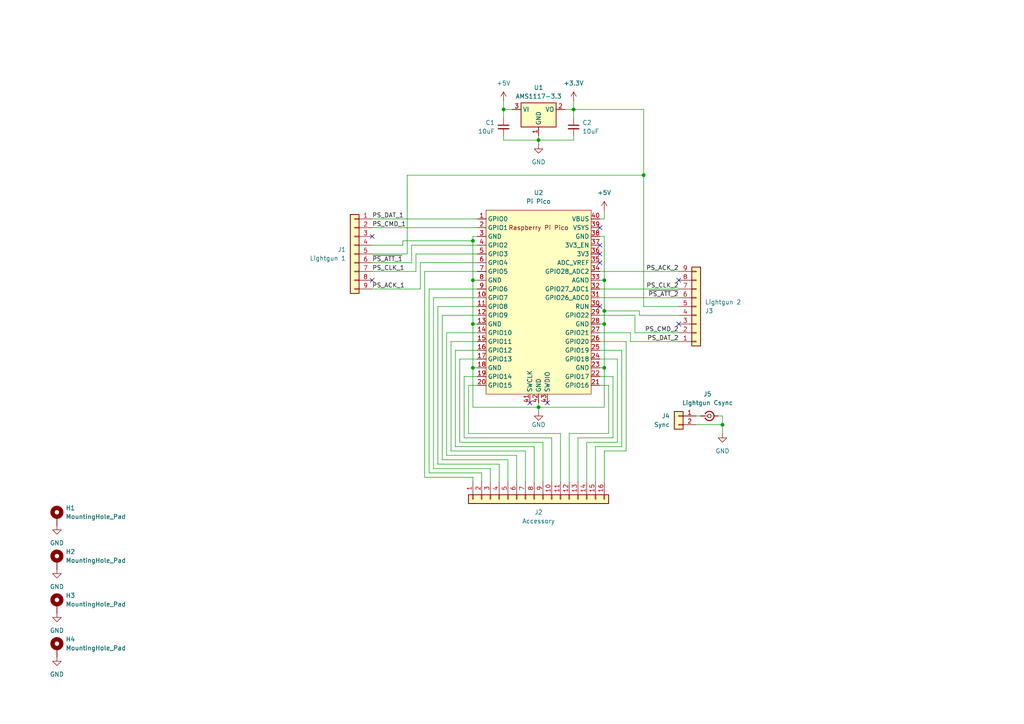
<source format=kicad_sch>
(kicad_sch
	(version 20231120)
	(generator "eeschema")
	(generator_version "8.0")
	(uuid "826dd4c8-32f3-49d4-9cfe-412707d607e2")
	(paper "A4")
	(lib_symbols
		(symbol "Connector:Conn_Coaxial_Small"
			(pin_numbers hide)
			(pin_names
				(offset 1.016) hide)
			(exclude_from_sim no)
			(in_bom yes)
			(on_board yes)
			(property "Reference" "J"
				(at 0.254 3.048 0)
				(effects
					(font
						(size 1.27 1.27)
					)
				)
			)
			(property "Value" "Conn_Coaxial_Small"
				(at 0 -3.81 0)
				(effects
					(font
						(size 1.27 1.27)
					)
				)
			)
			(property "Footprint" ""
				(at 0 0 0)
				(effects
					(font
						(size 1.27 1.27)
					)
					(hide yes)
				)
			)
			(property "Datasheet" " ~"
				(at 0 0 0)
				(effects
					(font
						(size 1.27 1.27)
					)
					(hide yes)
				)
			)
			(property "Description" "small coaxial connector (BNC, SMA, SMB, SMC, Cinch/RCA, LEMO, ...)"
				(at 0 0 0)
				(effects
					(font
						(size 1.27 1.27)
					)
					(hide yes)
				)
			)
			(property "ki_keywords" "BNC SMA SMB SMC LEMO coaxial connector CINCH RCA MCX MMCX U.FL UMRF"
				(at 0 0 0)
				(effects
					(font
						(size 1.27 1.27)
					)
					(hide yes)
				)
			)
			(property "ki_fp_filters" "*BNC* *SMA* *SMB* *SMC* *Cinch* *LEMO* *UMRF* *MCX* *U.FL*"
				(at 0 0 0)
				(effects
					(font
						(size 1.27 1.27)
					)
					(hide yes)
				)
			)
			(symbol "Conn_Coaxial_Small_0_1"
				(polyline
					(pts
						(xy -2.54 0) (xy -0.508 0)
					)
					(stroke
						(width 0)
						(type default)
					)
					(fill
						(type none)
					)
				)
				(circle
					(center 0 0)
					(radius 0.508)
					(stroke
						(width 0.2032)
						(type default)
					)
					(fill
						(type none)
					)
				)
			)
			(symbol "Conn_Coaxial_Small_1_1"
				(arc
					(start -1.1916 -0.6311)
					(mid 0.327 -1.3081)
					(end 1.3484 0.0039)
					(stroke
						(width 0.3048)
						(type default)
					)
					(fill
						(type none)
					)
				)
				(arc
					(start 1.3484 -0.0039)
					(mid 0.327 1.3081)
					(end -1.1916 0.6311)
					(stroke
						(width 0.3048)
						(type default)
					)
					(fill
						(type none)
					)
				)
				(pin passive line
					(at -2.54 0 0)
					(length 1.27)
					(name "In"
						(effects
							(font
								(size 1.27 1.27)
							)
						)
					)
					(number "1"
						(effects
							(font
								(size 1.27 1.27)
							)
						)
					)
				)
				(pin passive line
					(at 2.54 0 180)
					(length 1.27)
					(name "Ext"
						(effects
							(font
								(size 1.27 1.27)
							)
						)
					)
					(number "2"
						(effects
							(font
								(size 1.27 1.27)
							)
						)
					)
				)
			)
		)
		(symbol "Connector_Generic:Conn_01x02"
			(pin_names
				(offset 1.016) hide)
			(exclude_from_sim no)
			(in_bom yes)
			(on_board yes)
			(property "Reference" "J"
				(at 0 2.54 0)
				(effects
					(font
						(size 1.27 1.27)
					)
				)
			)
			(property "Value" "Conn_01x02"
				(at 0 -5.08 0)
				(effects
					(font
						(size 1.27 1.27)
					)
				)
			)
			(property "Footprint" ""
				(at 0 0 0)
				(effects
					(font
						(size 1.27 1.27)
					)
					(hide yes)
				)
			)
			(property "Datasheet" "~"
				(at 0 0 0)
				(effects
					(font
						(size 1.27 1.27)
					)
					(hide yes)
				)
			)
			(property "Description" "Generic connector, single row, 01x02, script generated (kicad-library-utils/schlib/autogen/connector/)"
				(at 0 0 0)
				(effects
					(font
						(size 1.27 1.27)
					)
					(hide yes)
				)
			)
			(property "ki_keywords" "connector"
				(at 0 0 0)
				(effects
					(font
						(size 1.27 1.27)
					)
					(hide yes)
				)
			)
			(property "ki_fp_filters" "Connector*:*_1x??_*"
				(at 0 0 0)
				(effects
					(font
						(size 1.27 1.27)
					)
					(hide yes)
				)
			)
			(symbol "Conn_01x02_1_1"
				(rectangle
					(start -1.27 -2.413)
					(end 0 -2.667)
					(stroke
						(width 0.1524)
						(type default)
					)
					(fill
						(type none)
					)
				)
				(rectangle
					(start -1.27 0.127)
					(end 0 -0.127)
					(stroke
						(width 0.1524)
						(type default)
					)
					(fill
						(type none)
					)
				)
				(rectangle
					(start -1.27 1.27)
					(end 1.27 -3.81)
					(stroke
						(width 0.254)
						(type default)
					)
					(fill
						(type background)
					)
				)
				(pin passive line
					(at -5.08 0 0)
					(length 3.81)
					(name "Pin_1"
						(effects
							(font
								(size 1.27 1.27)
							)
						)
					)
					(number "1"
						(effects
							(font
								(size 1.27 1.27)
							)
						)
					)
				)
				(pin passive line
					(at -5.08 -2.54 0)
					(length 3.81)
					(name "Pin_2"
						(effects
							(font
								(size 1.27 1.27)
							)
						)
					)
					(number "2"
						(effects
							(font
								(size 1.27 1.27)
							)
						)
					)
				)
			)
		)
		(symbol "Connector_Generic:Conn_01x09"
			(pin_names
				(offset 1.016) hide)
			(exclude_from_sim no)
			(in_bom yes)
			(on_board yes)
			(property "Reference" "J"
				(at 0 12.7 0)
				(effects
					(font
						(size 1.27 1.27)
					)
				)
			)
			(property "Value" "Conn_01x09"
				(at 0 -12.7 0)
				(effects
					(font
						(size 1.27 1.27)
					)
				)
			)
			(property "Footprint" ""
				(at 0 0 0)
				(effects
					(font
						(size 1.27 1.27)
					)
					(hide yes)
				)
			)
			(property "Datasheet" "~"
				(at 0 0 0)
				(effects
					(font
						(size 1.27 1.27)
					)
					(hide yes)
				)
			)
			(property "Description" "Generic connector, single row, 01x09, script generated (kicad-library-utils/schlib/autogen/connector/)"
				(at 0 0 0)
				(effects
					(font
						(size 1.27 1.27)
					)
					(hide yes)
				)
			)
			(property "ki_keywords" "connector"
				(at 0 0 0)
				(effects
					(font
						(size 1.27 1.27)
					)
					(hide yes)
				)
			)
			(property "ki_fp_filters" "Connector*:*_1x??_*"
				(at 0 0 0)
				(effects
					(font
						(size 1.27 1.27)
					)
					(hide yes)
				)
			)
			(symbol "Conn_01x09_1_1"
				(rectangle
					(start -1.27 -10.033)
					(end 0 -10.287)
					(stroke
						(width 0.1524)
						(type default)
					)
					(fill
						(type none)
					)
				)
				(rectangle
					(start -1.27 -7.493)
					(end 0 -7.747)
					(stroke
						(width 0.1524)
						(type default)
					)
					(fill
						(type none)
					)
				)
				(rectangle
					(start -1.27 -4.953)
					(end 0 -5.207)
					(stroke
						(width 0.1524)
						(type default)
					)
					(fill
						(type none)
					)
				)
				(rectangle
					(start -1.27 -2.413)
					(end 0 -2.667)
					(stroke
						(width 0.1524)
						(type default)
					)
					(fill
						(type none)
					)
				)
				(rectangle
					(start -1.27 0.127)
					(end 0 -0.127)
					(stroke
						(width 0.1524)
						(type default)
					)
					(fill
						(type none)
					)
				)
				(rectangle
					(start -1.27 2.667)
					(end 0 2.413)
					(stroke
						(width 0.1524)
						(type default)
					)
					(fill
						(type none)
					)
				)
				(rectangle
					(start -1.27 5.207)
					(end 0 4.953)
					(stroke
						(width 0.1524)
						(type default)
					)
					(fill
						(type none)
					)
				)
				(rectangle
					(start -1.27 7.747)
					(end 0 7.493)
					(stroke
						(width 0.1524)
						(type default)
					)
					(fill
						(type none)
					)
				)
				(rectangle
					(start -1.27 10.287)
					(end 0 10.033)
					(stroke
						(width 0.1524)
						(type default)
					)
					(fill
						(type none)
					)
				)
				(rectangle
					(start -1.27 11.43)
					(end 1.27 -11.43)
					(stroke
						(width 0.254)
						(type default)
					)
					(fill
						(type background)
					)
				)
				(pin passive line
					(at -5.08 10.16 0)
					(length 3.81)
					(name "Pin_1"
						(effects
							(font
								(size 1.27 1.27)
							)
						)
					)
					(number "1"
						(effects
							(font
								(size 1.27 1.27)
							)
						)
					)
				)
				(pin passive line
					(at -5.08 7.62 0)
					(length 3.81)
					(name "Pin_2"
						(effects
							(font
								(size 1.27 1.27)
							)
						)
					)
					(number "2"
						(effects
							(font
								(size 1.27 1.27)
							)
						)
					)
				)
				(pin passive line
					(at -5.08 5.08 0)
					(length 3.81)
					(name "Pin_3"
						(effects
							(font
								(size 1.27 1.27)
							)
						)
					)
					(number "3"
						(effects
							(font
								(size 1.27 1.27)
							)
						)
					)
				)
				(pin passive line
					(at -5.08 2.54 0)
					(length 3.81)
					(name "Pin_4"
						(effects
							(font
								(size 1.27 1.27)
							)
						)
					)
					(number "4"
						(effects
							(font
								(size 1.27 1.27)
							)
						)
					)
				)
				(pin passive line
					(at -5.08 0 0)
					(length 3.81)
					(name "Pin_5"
						(effects
							(font
								(size 1.27 1.27)
							)
						)
					)
					(number "5"
						(effects
							(font
								(size 1.27 1.27)
							)
						)
					)
				)
				(pin passive line
					(at -5.08 -2.54 0)
					(length 3.81)
					(name "Pin_6"
						(effects
							(font
								(size 1.27 1.27)
							)
						)
					)
					(number "6"
						(effects
							(font
								(size 1.27 1.27)
							)
						)
					)
				)
				(pin passive line
					(at -5.08 -5.08 0)
					(length 3.81)
					(name "Pin_7"
						(effects
							(font
								(size 1.27 1.27)
							)
						)
					)
					(number "7"
						(effects
							(font
								(size 1.27 1.27)
							)
						)
					)
				)
				(pin passive line
					(at -5.08 -7.62 0)
					(length 3.81)
					(name "Pin_8"
						(effects
							(font
								(size 1.27 1.27)
							)
						)
					)
					(number "8"
						(effects
							(font
								(size 1.27 1.27)
							)
						)
					)
				)
				(pin passive line
					(at -5.08 -10.16 0)
					(length 3.81)
					(name "Pin_9"
						(effects
							(font
								(size 1.27 1.27)
							)
						)
					)
					(number "9"
						(effects
							(font
								(size 1.27 1.27)
							)
						)
					)
				)
			)
		)
		(symbol "Connector_Generic:Conn_01x16"
			(pin_names
				(offset 1.016) hide)
			(exclude_from_sim no)
			(in_bom yes)
			(on_board yes)
			(property "Reference" "J"
				(at 0 20.32 0)
				(effects
					(font
						(size 1.27 1.27)
					)
				)
			)
			(property "Value" "Conn_01x16"
				(at 0 -22.86 0)
				(effects
					(font
						(size 1.27 1.27)
					)
				)
			)
			(property "Footprint" ""
				(at 0 0 0)
				(effects
					(font
						(size 1.27 1.27)
					)
					(hide yes)
				)
			)
			(property "Datasheet" "~"
				(at 0 0 0)
				(effects
					(font
						(size 1.27 1.27)
					)
					(hide yes)
				)
			)
			(property "Description" "Generic connector, single row, 01x16, script generated (kicad-library-utils/schlib/autogen/connector/)"
				(at 0 0 0)
				(effects
					(font
						(size 1.27 1.27)
					)
					(hide yes)
				)
			)
			(property "ki_keywords" "connector"
				(at 0 0 0)
				(effects
					(font
						(size 1.27 1.27)
					)
					(hide yes)
				)
			)
			(property "ki_fp_filters" "Connector*:*_1x??_*"
				(at 0 0 0)
				(effects
					(font
						(size 1.27 1.27)
					)
					(hide yes)
				)
			)
			(symbol "Conn_01x16_1_1"
				(rectangle
					(start -1.27 -20.193)
					(end 0 -20.447)
					(stroke
						(width 0.1524)
						(type default)
					)
					(fill
						(type none)
					)
				)
				(rectangle
					(start -1.27 -17.653)
					(end 0 -17.907)
					(stroke
						(width 0.1524)
						(type default)
					)
					(fill
						(type none)
					)
				)
				(rectangle
					(start -1.27 -15.113)
					(end 0 -15.367)
					(stroke
						(width 0.1524)
						(type default)
					)
					(fill
						(type none)
					)
				)
				(rectangle
					(start -1.27 -12.573)
					(end 0 -12.827)
					(stroke
						(width 0.1524)
						(type default)
					)
					(fill
						(type none)
					)
				)
				(rectangle
					(start -1.27 -10.033)
					(end 0 -10.287)
					(stroke
						(width 0.1524)
						(type default)
					)
					(fill
						(type none)
					)
				)
				(rectangle
					(start -1.27 -7.493)
					(end 0 -7.747)
					(stroke
						(width 0.1524)
						(type default)
					)
					(fill
						(type none)
					)
				)
				(rectangle
					(start -1.27 -4.953)
					(end 0 -5.207)
					(stroke
						(width 0.1524)
						(type default)
					)
					(fill
						(type none)
					)
				)
				(rectangle
					(start -1.27 -2.413)
					(end 0 -2.667)
					(stroke
						(width 0.1524)
						(type default)
					)
					(fill
						(type none)
					)
				)
				(rectangle
					(start -1.27 0.127)
					(end 0 -0.127)
					(stroke
						(width 0.1524)
						(type default)
					)
					(fill
						(type none)
					)
				)
				(rectangle
					(start -1.27 2.667)
					(end 0 2.413)
					(stroke
						(width 0.1524)
						(type default)
					)
					(fill
						(type none)
					)
				)
				(rectangle
					(start -1.27 5.207)
					(end 0 4.953)
					(stroke
						(width 0.1524)
						(type default)
					)
					(fill
						(type none)
					)
				)
				(rectangle
					(start -1.27 7.747)
					(end 0 7.493)
					(stroke
						(width 0.1524)
						(type default)
					)
					(fill
						(type none)
					)
				)
				(rectangle
					(start -1.27 10.287)
					(end 0 10.033)
					(stroke
						(width 0.1524)
						(type default)
					)
					(fill
						(type none)
					)
				)
				(rectangle
					(start -1.27 12.827)
					(end 0 12.573)
					(stroke
						(width 0.1524)
						(type default)
					)
					(fill
						(type none)
					)
				)
				(rectangle
					(start -1.27 15.367)
					(end 0 15.113)
					(stroke
						(width 0.1524)
						(type default)
					)
					(fill
						(type none)
					)
				)
				(rectangle
					(start -1.27 17.907)
					(end 0 17.653)
					(stroke
						(width 0.1524)
						(type default)
					)
					(fill
						(type none)
					)
				)
				(rectangle
					(start -1.27 19.05)
					(end 1.27 -21.59)
					(stroke
						(width 0.254)
						(type default)
					)
					(fill
						(type background)
					)
				)
				(pin passive line
					(at -5.08 17.78 0)
					(length 3.81)
					(name "Pin_1"
						(effects
							(font
								(size 1.27 1.27)
							)
						)
					)
					(number "1"
						(effects
							(font
								(size 1.27 1.27)
							)
						)
					)
				)
				(pin passive line
					(at -5.08 -5.08 0)
					(length 3.81)
					(name "Pin_10"
						(effects
							(font
								(size 1.27 1.27)
							)
						)
					)
					(number "10"
						(effects
							(font
								(size 1.27 1.27)
							)
						)
					)
				)
				(pin passive line
					(at -5.08 -7.62 0)
					(length 3.81)
					(name "Pin_11"
						(effects
							(font
								(size 1.27 1.27)
							)
						)
					)
					(number "11"
						(effects
							(font
								(size 1.27 1.27)
							)
						)
					)
				)
				(pin passive line
					(at -5.08 -10.16 0)
					(length 3.81)
					(name "Pin_12"
						(effects
							(font
								(size 1.27 1.27)
							)
						)
					)
					(number "12"
						(effects
							(font
								(size 1.27 1.27)
							)
						)
					)
				)
				(pin passive line
					(at -5.08 -12.7 0)
					(length 3.81)
					(name "Pin_13"
						(effects
							(font
								(size 1.27 1.27)
							)
						)
					)
					(number "13"
						(effects
							(font
								(size 1.27 1.27)
							)
						)
					)
				)
				(pin passive line
					(at -5.08 -15.24 0)
					(length 3.81)
					(name "Pin_14"
						(effects
							(font
								(size 1.27 1.27)
							)
						)
					)
					(number "14"
						(effects
							(font
								(size 1.27 1.27)
							)
						)
					)
				)
				(pin passive line
					(at -5.08 -17.78 0)
					(length 3.81)
					(name "Pin_15"
						(effects
							(font
								(size 1.27 1.27)
							)
						)
					)
					(number "15"
						(effects
							(font
								(size 1.27 1.27)
							)
						)
					)
				)
				(pin passive line
					(at -5.08 -20.32 0)
					(length 3.81)
					(name "Pin_16"
						(effects
							(font
								(size 1.27 1.27)
							)
						)
					)
					(number "16"
						(effects
							(font
								(size 1.27 1.27)
							)
						)
					)
				)
				(pin passive line
					(at -5.08 15.24 0)
					(length 3.81)
					(name "Pin_2"
						(effects
							(font
								(size 1.27 1.27)
							)
						)
					)
					(number "2"
						(effects
							(font
								(size 1.27 1.27)
							)
						)
					)
				)
				(pin passive line
					(at -5.08 12.7 0)
					(length 3.81)
					(name "Pin_3"
						(effects
							(font
								(size 1.27 1.27)
							)
						)
					)
					(number "3"
						(effects
							(font
								(size 1.27 1.27)
							)
						)
					)
				)
				(pin passive line
					(at -5.08 10.16 0)
					(length 3.81)
					(name "Pin_4"
						(effects
							(font
								(size 1.27 1.27)
							)
						)
					)
					(number "4"
						(effects
							(font
								(size 1.27 1.27)
							)
						)
					)
				)
				(pin passive line
					(at -5.08 7.62 0)
					(length 3.81)
					(name "Pin_5"
						(effects
							(font
								(size 1.27 1.27)
							)
						)
					)
					(number "5"
						(effects
							(font
								(size 1.27 1.27)
							)
						)
					)
				)
				(pin passive line
					(at -5.08 5.08 0)
					(length 3.81)
					(name "Pin_6"
						(effects
							(font
								(size 1.27 1.27)
							)
						)
					)
					(number "6"
						(effects
							(font
								(size 1.27 1.27)
							)
						)
					)
				)
				(pin passive line
					(at -5.08 2.54 0)
					(length 3.81)
					(name "Pin_7"
						(effects
							(font
								(size 1.27 1.27)
							)
						)
					)
					(number "7"
						(effects
							(font
								(size 1.27 1.27)
							)
						)
					)
				)
				(pin passive line
					(at -5.08 0 0)
					(length 3.81)
					(name "Pin_8"
						(effects
							(font
								(size 1.27 1.27)
							)
						)
					)
					(number "8"
						(effects
							(font
								(size 1.27 1.27)
							)
						)
					)
				)
				(pin passive line
					(at -5.08 -2.54 0)
					(length 3.81)
					(name "Pin_9"
						(effects
							(font
								(size 1.27 1.27)
							)
						)
					)
					(number "9"
						(effects
							(font
								(size 1.27 1.27)
							)
						)
					)
				)
			)
		)
		(symbol "Device:C_Small"
			(pin_numbers hide)
			(pin_names
				(offset 0.254) hide)
			(exclude_from_sim no)
			(in_bom yes)
			(on_board yes)
			(property "Reference" "C"
				(at 0.254 1.778 0)
				(effects
					(font
						(size 1.27 1.27)
					)
					(justify left)
				)
			)
			(property "Value" "C_Small"
				(at 0.254 -2.032 0)
				(effects
					(font
						(size 1.27 1.27)
					)
					(justify left)
				)
			)
			(property "Footprint" ""
				(at 0 0 0)
				(effects
					(font
						(size 1.27 1.27)
					)
					(hide yes)
				)
			)
			(property "Datasheet" "~"
				(at 0 0 0)
				(effects
					(font
						(size 1.27 1.27)
					)
					(hide yes)
				)
			)
			(property "Description" "Unpolarized capacitor, small symbol"
				(at 0 0 0)
				(effects
					(font
						(size 1.27 1.27)
					)
					(hide yes)
				)
			)
			(property "ki_keywords" "capacitor cap"
				(at 0 0 0)
				(effects
					(font
						(size 1.27 1.27)
					)
					(hide yes)
				)
			)
			(property "ki_fp_filters" "C_*"
				(at 0 0 0)
				(effects
					(font
						(size 1.27 1.27)
					)
					(hide yes)
				)
			)
			(symbol "C_Small_0_1"
				(polyline
					(pts
						(xy -1.524 -0.508) (xy 1.524 -0.508)
					)
					(stroke
						(width 0.3302)
						(type default)
					)
					(fill
						(type none)
					)
				)
				(polyline
					(pts
						(xy -1.524 0.508) (xy 1.524 0.508)
					)
					(stroke
						(width 0.3048)
						(type default)
					)
					(fill
						(type none)
					)
				)
			)
			(symbol "C_Small_1_1"
				(pin passive line
					(at 0 2.54 270)
					(length 2.032)
					(name "~"
						(effects
							(font
								(size 1.27 1.27)
							)
						)
					)
					(number "1"
						(effects
							(font
								(size 1.27 1.27)
							)
						)
					)
				)
				(pin passive line
					(at 0 -2.54 90)
					(length 2.032)
					(name "~"
						(effects
							(font
								(size 1.27 1.27)
							)
						)
					)
					(number "2"
						(effects
							(font
								(size 1.27 1.27)
							)
						)
					)
				)
			)
		)
		(symbol "MCU_RaspberryPi_and_Boards:Pico"
			(exclude_from_sim no)
			(in_bom yes)
			(on_board yes)
			(property "Reference" "U"
				(at -13.97 27.94 0)
				(effects
					(font
						(size 1.27 1.27)
					)
				)
			)
			(property "Value" "Pico"
				(at 0 19.05 0)
				(effects
					(font
						(size 1.27 1.27)
					)
				)
			)
			(property "Footprint" "RPi_Pico:RPi_Pico_SMD_TH"
				(at 0 0 90)
				(effects
					(font
						(size 1.27 1.27)
					)
					(hide yes)
				)
			)
			(property "Datasheet" ""
				(at 0 0 0)
				(effects
					(font
						(size 1.27 1.27)
					)
					(hide yes)
				)
			)
			(property "Description" ""
				(at 0 0 0)
				(effects
					(font
						(size 1.27 1.27)
					)
					(hide yes)
				)
			)
			(symbol "Pico_0_0"
				(text "Raspberry Pi Pico"
					(at 0 21.59 0)
					(effects
						(font
							(size 1.27 1.27)
						)
					)
				)
			)
			(symbol "Pico_0_1"
				(rectangle
					(start -15.24 26.67)
					(end 15.24 -26.67)
					(stroke
						(width 0)
						(type default)
					)
					(fill
						(type background)
					)
				)
			)
			(symbol "Pico_1_1"
				(pin bidirectional line
					(at -17.78 24.13 0)
					(length 2.54)
					(name "GPIO0"
						(effects
							(font
								(size 1.27 1.27)
							)
						)
					)
					(number "1"
						(effects
							(font
								(size 1.27 1.27)
							)
						)
					)
				)
				(pin bidirectional line
					(at -17.78 1.27 0)
					(length 2.54)
					(name "GPIO7"
						(effects
							(font
								(size 1.27 1.27)
							)
						)
					)
					(number "10"
						(effects
							(font
								(size 1.27 1.27)
							)
						)
					)
				)
				(pin bidirectional line
					(at -17.78 -1.27 0)
					(length 2.54)
					(name "GPIO8"
						(effects
							(font
								(size 1.27 1.27)
							)
						)
					)
					(number "11"
						(effects
							(font
								(size 1.27 1.27)
							)
						)
					)
				)
				(pin bidirectional line
					(at -17.78 -3.81 0)
					(length 2.54)
					(name "GPIO9"
						(effects
							(font
								(size 1.27 1.27)
							)
						)
					)
					(number "12"
						(effects
							(font
								(size 1.27 1.27)
							)
						)
					)
				)
				(pin power_in line
					(at -17.78 -6.35 0)
					(length 2.54)
					(name "GND"
						(effects
							(font
								(size 1.27 1.27)
							)
						)
					)
					(number "13"
						(effects
							(font
								(size 1.27 1.27)
							)
						)
					)
				)
				(pin bidirectional line
					(at -17.78 -8.89 0)
					(length 2.54)
					(name "GPIO10"
						(effects
							(font
								(size 1.27 1.27)
							)
						)
					)
					(number "14"
						(effects
							(font
								(size 1.27 1.27)
							)
						)
					)
				)
				(pin bidirectional line
					(at -17.78 -11.43 0)
					(length 2.54)
					(name "GPIO11"
						(effects
							(font
								(size 1.27 1.27)
							)
						)
					)
					(number "15"
						(effects
							(font
								(size 1.27 1.27)
							)
						)
					)
				)
				(pin bidirectional line
					(at -17.78 -13.97 0)
					(length 2.54)
					(name "GPIO12"
						(effects
							(font
								(size 1.27 1.27)
							)
						)
					)
					(number "16"
						(effects
							(font
								(size 1.27 1.27)
							)
						)
					)
				)
				(pin bidirectional line
					(at -17.78 -16.51 0)
					(length 2.54)
					(name "GPIO13"
						(effects
							(font
								(size 1.27 1.27)
							)
						)
					)
					(number "17"
						(effects
							(font
								(size 1.27 1.27)
							)
						)
					)
				)
				(pin power_in line
					(at -17.78 -19.05 0)
					(length 2.54)
					(name "GND"
						(effects
							(font
								(size 1.27 1.27)
							)
						)
					)
					(number "18"
						(effects
							(font
								(size 1.27 1.27)
							)
						)
					)
				)
				(pin bidirectional line
					(at -17.78 -21.59 0)
					(length 2.54)
					(name "GPIO14"
						(effects
							(font
								(size 1.27 1.27)
							)
						)
					)
					(number "19"
						(effects
							(font
								(size 1.27 1.27)
							)
						)
					)
				)
				(pin bidirectional line
					(at -17.78 21.59 0)
					(length 2.54)
					(name "GPIO1"
						(effects
							(font
								(size 1.27 1.27)
							)
						)
					)
					(number "2"
						(effects
							(font
								(size 1.27 1.27)
							)
						)
					)
				)
				(pin bidirectional line
					(at -17.78 -24.13 0)
					(length 2.54)
					(name "GPIO15"
						(effects
							(font
								(size 1.27 1.27)
							)
						)
					)
					(number "20"
						(effects
							(font
								(size 1.27 1.27)
							)
						)
					)
				)
				(pin bidirectional line
					(at 17.78 -24.13 180)
					(length 2.54)
					(name "GPIO16"
						(effects
							(font
								(size 1.27 1.27)
							)
						)
					)
					(number "21"
						(effects
							(font
								(size 1.27 1.27)
							)
						)
					)
				)
				(pin bidirectional line
					(at 17.78 -21.59 180)
					(length 2.54)
					(name "GPIO17"
						(effects
							(font
								(size 1.27 1.27)
							)
						)
					)
					(number "22"
						(effects
							(font
								(size 1.27 1.27)
							)
						)
					)
				)
				(pin power_in line
					(at 17.78 -19.05 180)
					(length 2.54)
					(name "GND"
						(effects
							(font
								(size 1.27 1.27)
							)
						)
					)
					(number "23"
						(effects
							(font
								(size 1.27 1.27)
							)
						)
					)
				)
				(pin bidirectional line
					(at 17.78 -16.51 180)
					(length 2.54)
					(name "GPIO18"
						(effects
							(font
								(size 1.27 1.27)
							)
						)
					)
					(number "24"
						(effects
							(font
								(size 1.27 1.27)
							)
						)
					)
				)
				(pin bidirectional line
					(at 17.78 -13.97 180)
					(length 2.54)
					(name "GPIO19"
						(effects
							(font
								(size 1.27 1.27)
							)
						)
					)
					(number "25"
						(effects
							(font
								(size 1.27 1.27)
							)
						)
					)
				)
				(pin bidirectional line
					(at 17.78 -11.43 180)
					(length 2.54)
					(name "GPIO20"
						(effects
							(font
								(size 1.27 1.27)
							)
						)
					)
					(number "26"
						(effects
							(font
								(size 1.27 1.27)
							)
						)
					)
				)
				(pin bidirectional line
					(at 17.78 -8.89 180)
					(length 2.54)
					(name "GPIO21"
						(effects
							(font
								(size 1.27 1.27)
							)
						)
					)
					(number "27"
						(effects
							(font
								(size 1.27 1.27)
							)
						)
					)
				)
				(pin power_in line
					(at 17.78 -6.35 180)
					(length 2.54)
					(name "GND"
						(effects
							(font
								(size 1.27 1.27)
							)
						)
					)
					(number "28"
						(effects
							(font
								(size 1.27 1.27)
							)
						)
					)
				)
				(pin bidirectional line
					(at 17.78 -3.81 180)
					(length 2.54)
					(name "GPIO22"
						(effects
							(font
								(size 1.27 1.27)
							)
						)
					)
					(number "29"
						(effects
							(font
								(size 1.27 1.27)
							)
						)
					)
				)
				(pin power_in line
					(at -17.78 19.05 0)
					(length 2.54)
					(name "GND"
						(effects
							(font
								(size 1.27 1.27)
							)
						)
					)
					(number "3"
						(effects
							(font
								(size 1.27 1.27)
							)
						)
					)
				)
				(pin input line
					(at 17.78 -1.27 180)
					(length 2.54)
					(name "RUN"
						(effects
							(font
								(size 1.27 1.27)
							)
						)
					)
					(number "30"
						(effects
							(font
								(size 1.27 1.27)
							)
						)
					)
				)
				(pin bidirectional line
					(at 17.78 1.27 180)
					(length 2.54)
					(name "GPIO26_ADC0"
						(effects
							(font
								(size 1.27 1.27)
							)
						)
					)
					(number "31"
						(effects
							(font
								(size 1.27 1.27)
							)
						)
					)
				)
				(pin bidirectional line
					(at 17.78 3.81 180)
					(length 2.54)
					(name "GPIO27_ADC1"
						(effects
							(font
								(size 1.27 1.27)
							)
						)
					)
					(number "32"
						(effects
							(font
								(size 1.27 1.27)
							)
						)
					)
				)
				(pin power_in line
					(at 17.78 6.35 180)
					(length 2.54)
					(name "AGND"
						(effects
							(font
								(size 1.27 1.27)
							)
						)
					)
					(number "33"
						(effects
							(font
								(size 1.27 1.27)
							)
						)
					)
				)
				(pin bidirectional line
					(at 17.78 8.89 180)
					(length 2.54)
					(name "GPIO28_ADC2"
						(effects
							(font
								(size 1.27 1.27)
							)
						)
					)
					(number "34"
						(effects
							(font
								(size 1.27 1.27)
							)
						)
					)
				)
				(pin power_in line
					(at 17.78 11.43 180)
					(length 2.54)
					(name "ADC_VREF"
						(effects
							(font
								(size 1.27 1.27)
							)
						)
					)
					(number "35"
						(effects
							(font
								(size 1.27 1.27)
							)
						)
					)
				)
				(pin power_in line
					(at 17.78 13.97 180)
					(length 2.54)
					(name "3V3"
						(effects
							(font
								(size 1.27 1.27)
							)
						)
					)
					(number "36"
						(effects
							(font
								(size 1.27 1.27)
							)
						)
					)
				)
				(pin input line
					(at 17.78 16.51 180)
					(length 2.54)
					(name "3V3_EN"
						(effects
							(font
								(size 1.27 1.27)
							)
						)
					)
					(number "37"
						(effects
							(font
								(size 1.27 1.27)
							)
						)
					)
				)
				(pin bidirectional line
					(at 17.78 19.05 180)
					(length 2.54)
					(name "GND"
						(effects
							(font
								(size 1.27 1.27)
							)
						)
					)
					(number "38"
						(effects
							(font
								(size 1.27 1.27)
							)
						)
					)
				)
				(pin power_in line
					(at 17.78 21.59 180)
					(length 2.54)
					(name "VSYS"
						(effects
							(font
								(size 1.27 1.27)
							)
						)
					)
					(number "39"
						(effects
							(font
								(size 1.27 1.27)
							)
						)
					)
				)
				(pin bidirectional line
					(at -17.78 16.51 0)
					(length 2.54)
					(name "GPIO2"
						(effects
							(font
								(size 1.27 1.27)
							)
						)
					)
					(number "4"
						(effects
							(font
								(size 1.27 1.27)
							)
						)
					)
				)
				(pin power_in line
					(at 17.78 24.13 180)
					(length 2.54)
					(name "VBUS"
						(effects
							(font
								(size 1.27 1.27)
							)
						)
					)
					(number "40"
						(effects
							(font
								(size 1.27 1.27)
							)
						)
					)
				)
				(pin input line
					(at -2.54 -29.21 90)
					(length 2.54)
					(name "SWCLK"
						(effects
							(font
								(size 1.27 1.27)
							)
						)
					)
					(number "41"
						(effects
							(font
								(size 1.27 1.27)
							)
						)
					)
				)
				(pin power_in line
					(at 0 -29.21 90)
					(length 2.54)
					(name "GND"
						(effects
							(font
								(size 1.27 1.27)
							)
						)
					)
					(number "42"
						(effects
							(font
								(size 1.27 1.27)
							)
						)
					)
				)
				(pin bidirectional line
					(at 2.54 -29.21 90)
					(length 2.54)
					(name "SWDIO"
						(effects
							(font
								(size 1.27 1.27)
							)
						)
					)
					(number "43"
						(effects
							(font
								(size 1.27 1.27)
							)
						)
					)
				)
				(pin bidirectional line
					(at -17.78 13.97 0)
					(length 2.54)
					(name "GPIO3"
						(effects
							(font
								(size 1.27 1.27)
							)
						)
					)
					(number "5"
						(effects
							(font
								(size 1.27 1.27)
							)
						)
					)
				)
				(pin bidirectional line
					(at -17.78 11.43 0)
					(length 2.54)
					(name "GPIO4"
						(effects
							(font
								(size 1.27 1.27)
							)
						)
					)
					(number "6"
						(effects
							(font
								(size 1.27 1.27)
							)
						)
					)
				)
				(pin bidirectional line
					(at -17.78 8.89 0)
					(length 2.54)
					(name "GPIO5"
						(effects
							(font
								(size 1.27 1.27)
							)
						)
					)
					(number "7"
						(effects
							(font
								(size 1.27 1.27)
							)
						)
					)
				)
				(pin power_in line
					(at -17.78 6.35 0)
					(length 2.54)
					(name "GND"
						(effects
							(font
								(size 1.27 1.27)
							)
						)
					)
					(number "8"
						(effects
							(font
								(size 1.27 1.27)
							)
						)
					)
				)
				(pin bidirectional line
					(at -17.78 3.81 0)
					(length 2.54)
					(name "GPIO6"
						(effects
							(font
								(size 1.27 1.27)
							)
						)
					)
					(number "9"
						(effects
							(font
								(size 1.27 1.27)
							)
						)
					)
				)
			)
		)
		(symbol "Mechanical:MountingHole_Pad"
			(pin_numbers hide)
			(pin_names
				(offset 1.016) hide)
			(exclude_from_sim yes)
			(in_bom no)
			(on_board yes)
			(property "Reference" "H"
				(at 0 6.35 0)
				(effects
					(font
						(size 1.27 1.27)
					)
				)
			)
			(property "Value" "MountingHole_Pad"
				(at 0 4.445 0)
				(effects
					(font
						(size 1.27 1.27)
					)
				)
			)
			(property "Footprint" ""
				(at 0 0 0)
				(effects
					(font
						(size 1.27 1.27)
					)
					(hide yes)
				)
			)
			(property "Datasheet" "~"
				(at 0 0 0)
				(effects
					(font
						(size 1.27 1.27)
					)
					(hide yes)
				)
			)
			(property "Description" "Mounting Hole with connection"
				(at 0 0 0)
				(effects
					(font
						(size 1.27 1.27)
					)
					(hide yes)
				)
			)
			(property "ki_keywords" "mounting hole"
				(at 0 0 0)
				(effects
					(font
						(size 1.27 1.27)
					)
					(hide yes)
				)
			)
			(property "ki_fp_filters" "MountingHole*Pad*"
				(at 0 0 0)
				(effects
					(font
						(size 1.27 1.27)
					)
					(hide yes)
				)
			)
			(symbol "MountingHole_Pad_0_1"
				(circle
					(center 0 1.27)
					(radius 1.27)
					(stroke
						(width 1.27)
						(type default)
					)
					(fill
						(type none)
					)
				)
			)
			(symbol "MountingHole_Pad_1_1"
				(pin input line
					(at 0 -2.54 90)
					(length 2.54)
					(name "1"
						(effects
							(font
								(size 1.27 1.27)
							)
						)
					)
					(number "1"
						(effects
							(font
								(size 1.27 1.27)
							)
						)
					)
				)
			)
		)
		(symbol "Regulator_Linear:AMS1117-3.3"
			(exclude_from_sim no)
			(in_bom yes)
			(on_board yes)
			(property "Reference" "U"
				(at -3.81 3.175 0)
				(effects
					(font
						(size 1.27 1.27)
					)
				)
			)
			(property "Value" "AMS1117-3.3"
				(at 0 3.175 0)
				(effects
					(font
						(size 1.27 1.27)
					)
					(justify left)
				)
			)
			(property "Footprint" "Package_TO_SOT_SMD:SOT-223-3_TabPin2"
				(at 0 5.08 0)
				(effects
					(font
						(size 1.27 1.27)
					)
					(hide yes)
				)
			)
			(property "Datasheet" "http://www.advanced-monolithic.com/pdf/ds1117.pdf"
				(at 2.54 -6.35 0)
				(effects
					(font
						(size 1.27 1.27)
					)
					(hide yes)
				)
			)
			(property "Description" "1A Low Dropout regulator, positive, 3.3V fixed output, SOT-223"
				(at 0 0 0)
				(effects
					(font
						(size 1.27 1.27)
					)
					(hide yes)
				)
			)
			(property "ki_keywords" "linear regulator ldo fixed positive"
				(at 0 0 0)
				(effects
					(font
						(size 1.27 1.27)
					)
					(hide yes)
				)
			)
			(property "ki_fp_filters" "SOT?223*TabPin2*"
				(at 0 0 0)
				(effects
					(font
						(size 1.27 1.27)
					)
					(hide yes)
				)
			)
			(symbol "AMS1117-3.3_0_1"
				(rectangle
					(start -5.08 -5.08)
					(end 5.08 1.905)
					(stroke
						(width 0.254)
						(type default)
					)
					(fill
						(type background)
					)
				)
			)
			(symbol "AMS1117-3.3_1_1"
				(pin power_in line
					(at 0 -7.62 90)
					(length 2.54)
					(name "GND"
						(effects
							(font
								(size 1.27 1.27)
							)
						)
					)
					(number "1"
						(effects
							(font
								(size 1.27 1.27)
							)
						)
					)
				)
				(pin power_out line
					(at 7.62 0 180)
					(length 2.54)
					(name "VO"
						(effects
							(font
								(size 1.27 1.27)
							)
						)
					)
					(number "2"
						(effects
							(font
								(size 1.27 1.27)
							)
						)
					)
				)
				(pin power_in line
					(at -7.62 0 0)
					(length 2.54)
					(name "VI"
						(effects
							(font
								(size 1.27 1.27)
							)
						)
					)
					(number "3"
						(effects
							(font
								(size 1.27 1.27)
							)
						)
					)
				)
			)
		)
		(symbol "power:+3.3V"
			(power)
			(pin_numbers hide)
			(pin_names
				(offset 0) hide)
			(exclude_from_sim no)
			(in_bom yes)
			(on_board yes)
			(property "Reference" "#PWR"
				(at 0 -3.81 0)
				(effects
					(font
						(size 1.27 1.27)
					)
					(hide yes)
				)
			)
			(property "Value" "+3.3V"
				(at 0 3.556 0)
				(effects
					(font
						(size 1.27 1.27)
					)
				)
			)
			(property "Footprint" ""
				(at 0 0 0)
				(effects
					(font
						(size 1.27 1.27)
					)
					(hide yes)
				)
			)
			(property "Datasheet" ""
				(at 0 0 0)
				(effects
					(font
						(size 1.27 1.27)
					)
					(hide yes)
				)
			)
			(property "Description" "Power symbol creates a global label with name \"+3.3V\""
				(at 0 0 0)
				(effects
					(font
						(size 1.27 1.27)
					)
					(hide yes)
				)
			)
			(property "ki_keywords" "global power"
				(at 0 0 0)
				(effects
					(font
						(size 1.27 1.27)
					)
					(hide yes)
				)
			)
			(symbol "+3.3V_0_1"
				(polyline
					(pts
						(xy -0.762 1.27) (xy 0 2.54)
					)
					(stroke
						(width 0)
						(type default)
					)
					(fill
						(type none)
					)
				)
				(polyline
					(pts
						(xy 0 0) (xy 0 2.54)
					)
					(stroke
						(width 0)
						(type default)
					)
					(fill
						(type none)
					)
				)
				(polyline
					(pts
						(xy 0 2.54) (xy 0.762 1.27)
					)
					(stroke
						(width 0)
						(type default)
					)
					(fill
						(type none)
					)
				)
			)
			(symbol "+3.3V_1_1"
				(pin power_in line
					(at 0 0 90)
					(length 0)
					(name "~"
						(effects
							(font
								(size 1.27 1.27)
							)
						)
					)
					(number "1"
						(effects
							(font
								(size 1.27 1.27)
							)
						)
					)
				)
			)
		)
		(symbol "power:+5V"
			(power)
			(pin_numbers hide)
			(pin_names
				(offset 0) hide)
			(exclude_from_sim no)
			(in_bom yes)
			(on_board yes)
			(property "Reference" "#PWR"
				(at 0 -3.81 0)
				(effects
					(font
						(size 1.27 1.27)
					)
					(hide yes)
				)
			)
			(property "Value" "+5V"
				(at 0 3.556 0)
				(effects
					(font
						(size 1.27 1.27)
					)
				)
			)
			(property "Footprint" ""
				(at 0 0 0)
				(effects
					(font
						(size 1.27 1.27)
					)
					(hide yes)
				)
			)
			(property "Datasheet" ""
				(at 0 0 0)
				(effects
					(font
						(size 1.27 1.27)
					)
					(hide yes)
				)
			)
			(property "Description" "Power symbol creates a global label with name \"+5V\""
				(at 0 0 0)
				(effects
					(font
						(size 1.27 1.27)
					)
					(hide yes)
				)
			)
			(property "ki_keywords" "global power"
				(at 0 0 0)
				(effects
					(font
						(size 1.27 1.27)
					)
					(hide yes)
				)
			)
			(symbol "+5V_0_1"
				(polyline
					(pts
						(xy -0.762 1.27) (xy 0 2.54)
					)
					(stroke
						(width 0)
						(type default)
					)
					(fill
						(type none)
					)
				)
				(polyline
					(pts
						(xy 0 0) (xy 0 2.54)
					)
					(stroke
						(width 0)
						(type default)
					)
					(fill
						(type none)
					)
				)
				(polyline
					(pts
						(xy 0 2.54) (xy 0.762 1.27)
					)
					(stroke
						(width 0)
						(type default)
					)
					(fill
						(type none)
					)
				)
			)
			(symbol "+5V_1_1"
				(pin power_in line
					(at 0 0 90)
					(length 0)
					(name "~"
						(effects
							(font
								(size 1.27 1.27)
							)
						)
					)
					(number "1"
						(effects
							(font
								(size 1.27 1.27)
							)
						)
					)
				)
			)
		)
		(symbol "power:GND"
			(power)
			(pin_numbers hide)
			(pin_names
				(offset 0) hide)
			(exclude_from_sim no)
			(in_bom yes)
			(on_board yes)
			(property "Reference" "#PWR"
				(at 0 -6.35 0)
				(effects
					(font
						(size 1.27 1.27)
					)
					(hide yes)
				)
			)
			(property "Value" "GND"
				(at 0 -3.81 0)
				(effects
					(font
						(size 1.27 1.27)
					)
				)
			)
			(property "Footprint" ""
				(at 0 0 0)
				(effects
					(font
						(size 1.27 1.27)
					)
					(hide yes)
				)
			)
			(property "Datasheet" ""
				(at 0 0 0)
				(effects
					(font
						(size 1.27 1.27)
					)
					(hide yes)
				)
			)
			(property "Description" "Power symbol creates a global label with name \"GND\" , ground"
				(at 0 0 0)
				(effects
					(font
						(size 1.27 1.27)
					)
					(hide yes)
				)
			)
			(property "ki_keywords" "global power"
				(at 0 0 0)
				(effects
					(font
						(size 1.27 1.27)
					)
					(hide yes)
				)
			)
			(symbol "GND_0_1"
				(polyline
					(pts
						(xy 0 0) (xy 0 -1.27) (xy 1.27 -1.27) (xy 0 -2.54) (xy -1.27 -1.27) (xy 0 -1.27)
					)
					(stroke
						(width 0)
						(type default)
					)
					(fill
						(type none)
					)
				)
			)
			(symbol "GND_1_1"
				(pin power_in line
					(at 0 0 270)
					(length 0)
					(name "~"
						(effects
							(font
								(size 1.27 1.27)
							)
						)
					)
					(number "1"
						(effects
							(font
								(size 1.27 1.27)
							)
						)
					)
				)
			)
		)
	)
	(junction
		(at 137.16 69.85)
		(diameter 0)
		(color 0 0 0 0)
		(uuid "095fef4a-f366-4ef1-99e1-d261e22d0372")
	)
	(junction
		(at 137.16 106.68)
		(diameter 0)
		(color 0 0 0 0)
		(uuid "37f9925f-0a28-4f7d-aa8b-1a7d45472ddd")
	)
	(junction
		(at 166.37 31.75)
		(diameter 0)
		(color 0 0 0 0)
		(uuid "616d85fe-7fb1-4a3d-9c08-3b3217ec426f")
	)
	(junction
		(at 137.16 81.28)
		(diameter 0)
		(color 0 0 0 0)
		(uuid "63956090-e189-4f1a-91f7-e4c04855963b")
	)
	(junction
		(at 186.69 50.8)
		(diameter 0)
		(color 0 0 0 0)
		(uuid "69927f53-71d6-4590-ba85-dc97f51d4d5c")
	)
	(junction
		(at 175.26 106.68)
		(diameter 0)
		(color 0 0 0 0)
		(uuid "7da6d401-1235-491c-a3d7-e983e3b4ca9c")
	)
	(junction
		(at 156.21 40.64)
		(diameter 0)
		(color 0 0 0 0)
		(uuid "98f8e79a-be06-439e-ac59-b5e789f0cc25")
	)
	(junction
		(at 146.05 31.75)
		(diameter 0)
		(color 0 0 0 0)
		(uuid "b152cbc2-1be7-485c-9880-2e5d99e417de")
	)
	(junction
		(at 156.21 118.11)
		(diameter 0)
		(color 0 0 0 0)
		(uuid "c1c9eecc-af8d-4afe-be40-273ee99277be")
	)
	(junction
		(at 209.55 123.19)
		(diameter 0)
		(color 0 0 0 0)
		(uuid "c828c396-f92e-421e-ae0d-83d271ae542e")
	)
	(junction
		(at 137.16 93.98)
		(diameter 0)
		(color 0 0 0 0)
		(uuid "df907683-eec1-49b9-92b1-41c11dc62a1f")
	)
	(junction
		(at 175.26 93.98)
		(diameter 0)
		(color 0 0 0 0)
		(uuid "e31da2ae-d65c-4e06-a849-fe2c4f8a1832")
	)
	(junction
		(at 175.26 81.28)
		(diameter 0)
		(color 0 0 0 0)
		(uuid "e334b037-7317-47a1-b21a-a7025b83c492")
	)
	(junction
		(at 175.26 90.17)
		(diameter 0)
		(color 0 0 0 0)
		(uuid "e5104b45-78c7-4eea-b3ff-e074de11b74c")
	)
	(no_connect
		(at 173.99 73.66)
		(uuid "3a2903ad-28e0-446d-b0f6-4a2fb87d1eef")
	)
	(no_connect
		(at 173.99 76.2)
		(uuid "4192d5ac-067c-491f-9b1c-e666d54a26a0")
	)
	(no_connect
		(at 173.99 71.12)
		(uuid "8f981d16-c31d-4e80-821a-10ddcc90b246")
	)
	(no_connect
		(at 173.99 66.04)
		(uuid "a3b3eb5d-b7ba-4c8b-b451-3293be1ac12e")
	)
	(no_connect
		(at 158.75 116.84)
		(uuid "a4d1d258-92fb-46d8-bfd6-31aee4a22d1f")
	)
	(no_connect
		(at 173.99 88.9)
		(uuid "b76ebe6a-9498-42d1-a2d5-fb9f1c43ee7d")
	)
	(no_connect
		(at 196.85 81.28)
		(uuid "bfe7b1bf-ae0a-41a2-b807-bae6eca21e3c")
	)
	(no_connect
		(at 153.67 116.84)
		(uuid "c010fd59-75be-47cc-b12a-c6ca62ecfd25")
	)
	(no_connect
		(at 107.95 68.58)
		(uuid "ccad91d9-f915-4de7-997a-7532a21c87b8")
	)
	(no_connect
		(at 196.85 93.98)
		(uuid "ebca88d1-e0d4-4b45-b6ff-732256c64306")
	)
	(no_connect
		(at 107.95 81.28)
		(uuid "fc7f2687-4ab5-4f7e-9d78-a49abd1bf3c2")
	)
	(wire
		(pts
			(xy 137.16 81.28) (xy 137.16 93.98)
		)
		(stroke
			(width 0)
			(type default)
		)
		(uuid "027577b9-e86e-4cd4-98c5-44677dc65f8c")
	)
	(wire
		(pts
			(xy 127 88.9) (xy 127 134.62)
		)
		(stroke
			(width 0)
			(type default)
		)
		(uuid "0283c25c-82d0-417c-8d46-26473b538093")
	)
	(wire
		(pts
			(xy 135.89 111.76) (xy 135.89 125.73)
		)
		(stroke
			(width 0)
			(type default)
		)
		(uuid "05dd1ce9-5f49-452e-a634-bff2c3e4ef65")
	)
	(wire
		(pts
			(xy 175.26 106.68) (xy 175.26 118.11)
		)
		(stroke
			(width 0)
			(type default)
		)
		(uuid "0ad26a6e-3b19-45e9-b875-b0c832fce23b")
	)
	(wire
		(pts
			(xy 162.56 125.73) (xy 162.56 139.7)
		)
		(stroke
			(width 0)
			(type default)
		)
		(uuid "0d8118e9-1868-4d4e-a3b7-773274b7d4a2")
	)
	(wire
		(pts
			(xy 137.16 69.85) (xy 137.16 81.28)
		)
		(stroke
			(width 0)
			(type default)
		)
		(uuid "0e5f2564-c2ef-468e-979a-3228fb157f3b")
	)
	(wire
		(pts
			(xy 130.81 99.06) (xy 130.81 130.81)
		)
		(stroke
			(width 0)
			(type default)
		)
		(uuid "0efd0657-1652-4262-8ac2-c273106d128f")
	)
	(wire
		(pts
			(xy 165.1 125.73) (xy 176.53 125.73)
		)
		(stroke
			(width 0)
			(type default)
		)
		(uuid "1021d56e-1b70-4a82-b6a4-7516621294e5")
	)
	(wire
		(pts
			(xy 184.15 91.44) (xy 173.99 91.44)
		)
		(stroke
			(width 0)
			(type default)
		)
		(uuid "131ec43c-4770-4d1c-bf21-a7d21c6fd4b0")
	)
	(wire
		(pts
			(xy 175.26 90.17) (xy 175.26 93.98)
		)
		(stroke
			(width 0)
			(type default)
		)
		(uuid "16fefb56-9058-4d0e-ad78-91e9c88adff0")
	)
	(wire
		(pts
			(xy 175.26 81.28) (xy 175.26 90.17)
		)
		(stroke
			(width 0)
			(type default)
		)
		(uuid "174e05f9-fd7b-4cc9-b516-f6c56b24fd3f")
	)
	(wire
		(pts
			(xy 166.37 31.75) (xy 166.37 34.29)
		)
		(stroke
			(width 0)
			(type default)
		)
		(uuid "185facbc-4559-4695-8733-9b67e24da8e6")
	)
	(wire
		(pts
			(xy 173.99 86.36) (xy 196.85 86.36)
		)
		(stroke
			(width 0)
			(type default)
		)
		(uuid "1c74d508-6553-41bc-a714-6cedc76b8b7c")
	)
	(wire
		(pts
			(xy 196.85 91.44) (xy 185.42 91.44)
		)
		(stroke
			(width 0)
			(type default)
		)
		(uuid "1e8384ab-3e13-4d19-9d81-86cc85476f94")
	)
	(wire
		(pts
			(xy 129.54 96.52) (xy 138.43 96.52)
		)
		(stroke
			(width 0)
			(type default)
		)
		(uuid "203182a8-ba2a-465d-8e50-b8e55c6d77c9")
	)
	(wire
		(pts
			(xy 125.73 86.36) (xy 125.73 135.89)
		)
		(stroke
			(width 0)
			(type default)
		)
		(uuid "2035faa4-800c-4082-a335-59963b062d04")
	)
	(wire
		(pts
			(xy 209.55 123.19) (xy 209.55 125.73)
		)
		(stroke
			(width 0)
			(type default)
		)
		(uuid "231c0f4b-5a66-4d9c-b426-07e323db776f")
	)
	(wire
		(pts
			(xy 137.16 106.68) (xy 138.43 106.68)
		)
		(stroke
			(width 0)
			(type default)
		)
		(uuid "237a76b8-7146-4b68-a232-b3a30bb2aa7a")
	)
	(wire
		(pts
			(xy 175.26 118.11) (xy 156.21 118.11)
		)
		(stroke
			(width 0)
			(type default)
		)
		(uuid "2488384b-a49e-471a-85c8-71189f90c9fe")
	)
	(wire
		(pts
			(xy 201.93 123.19) (xy 209.55 123.19)
		)
		(stroke
			(width 0)
			(type default)
		)
		(uuid "24f3239d-5786-4484-8e59-21324eeeaf34")
	)
	(wire
		(pts
			(xy 173.99 68.58) (xy 175.26 68.58)
		)
		(stroke
			(width 0)
			(type default)
		)
		(uuid "261d9acf-5f5e-42f5-a893-66c35875b7cd")
	)
	(wire
		(pts
			(xy 137.16 106.68) (xy 137.16 118.11)
		)
		(stroke
			(width 0)
			(type default)
		)
		(uuid "265c15e3-4913-436a-a689-f8de13f99726")
	)
	(wire
		(pts
			(xy 149.86 139.7) (xy 149.86 132.08)
		)
		(stroke
			(width 0)
			(type default)
		)
		(uuid "29ce1b49-8655-49d5-832b-c968093d2830")
	)
	(wire
		(pts
			(xy 137.16 81.28) (xy 138.43 81.28)
		)
		(stroke
			(width 0)
			(type default)
		)
		(uuid "29e9124e-096d-4c77-a07d-512b8514fb48")
	)
	(wire
		(pts
			(xy 166.37 40.64) (xy 156.21 40.64)
		)
		(stroke
			(width 0)
			(type default)
		)
		(uuid "2b6fde52-eb55-4026-9ccc-8b20d554e240")
	)
	(wire
		(pts
			(xy 120.65 78.74) (xy 120.65 73.66)
		)
		(stroke
			(width 0)
			(type default)
		)
		(uuid "2b759e85-e2c5-44da-ab4b-8f1009989ad5")
	)
	(wire
		(pts
			(xy 137.16 93.98) (xy 137.16 106.68)
		)
		(stroke
			(width 0)
			(type default)
		)
		(uuid "2b781396-f413-4381-a2ae-cd0b510b09f0")
	)
	(wire
		(pts
			(xy 173.99 78.74) (xy 196.85 78.74)
		)
		(stroke
			(width 0)
			(type default)
		)
		(uuid "2cc7a085-9ae3-4c77-bb86-32268a6bcf48")
	)
	(wire
		(pts
			(xy 201.93 120.65) (xy 203.2 120.65)
		)
		(stroke
			(width 0)
			(type default)
		)
		(uuid "2d5b8d7a-2076-420b-8988-8bfeb27d6b9b")
	)
	(wire
		(pts
			(xy 139.7 139.7) (xy 139.7 137.16)
		)
		(stroke
			(width 0)
			(type default)
		)
		(uuid "2d987a74-4c8c-4919-aae3-b8fbeb4d6cf5")
	)
	(wire
		(pts
			(xy 142.24 135.89) (xy 125.73 135.89)
		)
		(stroke
			(width 0)
			(type default)
		)
		(uuid "2de922b8-d294-4ba1-af0b-199ed248c0d2")
	)
	(wire
		(pts
			(xy 138.43 104.14) (xy 133.35 104.14)
		)
		(stroke
			(width 0)
			(type default)
		)
		(uuid "34a8f71e-6a59-4deb-a2d3-50cf54edf044")
	)
	(wire
		(pts
			(xy 177.8 127) (xy 177.8 109.22)
		)
		(stroke
			(width 0)
			(type default)
		)
		(uuid "3717070c-ff8e-4d76-bbfa-f7b5a45c3927")
	)
	(wire
		(pts
			(xy 107.95 78.74) (xy 120.65 78.74)
		)
		(stroke
			(width 0)
			(type default)
		)
		(uuid "3758d6da-648e-4129-933a-43805a7cb10f")
	)
	(wire
		(pts
			(xy 127 88.9) (xy 138.43 88.9)
		)
		(stroke
			(width 0)
			(type default)
		)
		(uuid "38cdf9e6-deea-4f9b-a491-d32414aff74e")
	)
	(wire
		(pts
			(xy 144.78 139.7) (xy 144.78 134.62)
		)
		(stroke
			(width 0)
			(type default)
		)
		(uuid "3e6df6ed-0aec-4ddd-a42c-7730f036e854")
	)
	(wire
		(pts
			(xy 173.99 101.6) (xy 180.34 101.6)
		)
		(stroke
			(width 0)
			(type default)
		)
		(uuid "3f2610d9-006c-46c7-8405-37b976d70cbd")
	)
	(wire
		(pts
			(xy 165.1 125.73) (xy 165.1 139.7)
		)
		(stroke
			(width 0)
			(type default)
		)
		(uuid "42436c0f-f935-4510-9a48-b1dbbf0b92a3")
	)
	(wire
		(pts
			(xy 119.38 71.12) (xy 138.43 71.12)
		)
		(stroke
			(width 0)
			(type default)
		)
		(uuid "42880d23-b31d-4616-96d3-6f68378f6ebd")
	)
	(wire
		(pts
			(xy 156.21 39.37) (xy 156.21 40.64)
		)
		(stroke
			(width 0)
			(type default)
		)
		(uuid "452bcce4-8900-432e-bd92-36fcb8d1b556")
	)
	(wire
		(pts
			(xy 132.08 101.6) (xy 132.08 129.54)
		)
		(stroke
			(width 0)
			(type default)
		)
		(uuid "47a3133b-b95e-4b15-bb2e-50b995f64d0b")
	)
	(wire
		(pts
			(xy 172.72 129.54) (xy 180.34 129.54)
		)
		(stroke
			(width 0)
			(type default)
		)
		(uuid "4bbf4e73-037a-41b0-b153-2883f0e9bab7")
	)
	(wire
		(pts
			(xy 163.83 31.75) (xy 166.37 31.75)
		)
		(stroke
			(width 0)
			(type default)
		)
		(uuid "4c523afa-f2de-4dee-a4a1-424f54fa4efc")
	)
	(wire
		(pts
			(xy 186.69 88.9) (xy 186.69 50.8)
		)
		(stroke
			(width 0)
			(type default)
		)
		(uuid "4c71a973-1726-4c74-81ef-e0e6dde01e9b")
	)
	(wire
		(pts
			(xy 137.16 68.58) (xy 137.16 69.85)
		)
		(stroke
			(width 0)
			(type default)
		)
		(uuid "4d60d7b9-9a5b-4df0-acb6-e20303400ec2")
	)
	(wire
		(pts
			(xy 152.4 130.81) (xy 130.81 130.81)
		)
		(stroke
			(width 0)
			(type default)
		)
		(uuid "5014935d-baf4-4ec4-bd96-5c7fd0f0e158")
	)
	(wire
		(pts
			(xy 142.24 139.7) (xy 142.24 135.89)
		)
		(stroke
			(width 0)
			(type default)
		)
		(uuid "50f0dead-6fca-4000-bfa2-48400ed79046")
	)
	(wire
		(pts
			(xy 175.26 68.58) (xy 175.26 81.28)
		)
		(stroke
			(width 0)
			(type default)
		)
		(uuid "52396683-492e-4ba3-bba4-190f6f8badf8")
	)
	(wire
		(pts
			(xy 119.38 76.2) (xy 119.38 71.12)
		)
		(stroke
			(width 0)
			(type default)
		)
		(uuid "53fb4245-da64-4aa0-9776-beb4b295a1b8")
	)
	(wire
		(pts
			(xy 173.99 99.06) (xy 181.61 99.06)
		)
		(stroke
			(width 0)
			(type default)
		)
		(uuid "57e294ef-7f67-46f1-a518-2e32264659e6")
	)
	(wire
		(pts
			(xy 157.48 128.27) (xy 157.48 139.7)
		)
		(stroke
			(width 0)
			(type default)
		)
		(uuid "5c44f6f6-67e1-4e4b-9251-1d8c3e834548")
	)
	(wire
		(pts
			(xy 107.95 83.82) (xy 121.92 83.82)
		)
		(stroke
			(width 0)
			(type default)
		)
		(uuid "5d132298-3802-46fa-ae5f-48f6dfb966d6")
	)
	(wire
		(pts
			(xy 138.43 111.76) (xy 135.89 111.76)
		)
		(stroke
			(width 0)
			(type default)
		)
		(uuid "5fbd84a6-9eea-4ec6-bf33-4e8f10098427")
	)
	(wire
		(pts
			(xy 107.95 73.66) (xy 118.11 73.66)
		)
		(stroke
			(width 0)
			(type default)
		)
		(uuid "62e077be-9d24-4982-b766-9e7fc1fb560f")
	)
	(wire
		(pts
			(xy 175.26 130.81) (xy 181.61 130.81)
		)
		(stroke
			(width 0)
			(type default)
		)
		(uuid "63455a6d-2434-4f81-9e7e-40741e2e60f0")
	)
	(wire
		(pts
			(xy 156.21 116.84) (xy 156.21 118.11)
		)
		(stroke
			(width 0)
			(type default)
		)
		(uuid "63a90f35-0532-4800-8d4e-3e65bf62a596")
	)
	(wire
		(pts
			(xy 196.85 99.06) (xy 182.88 99.06)
		)
		(stroke
			(width 0)
			(type default)
		)
		(uuid "65c8336c-7b27-496a-879e-73e7a2831e68")
	)
	(wire
		(pts
			(xy 170.18 128.27) (xy 179.07 128.27)
		)
		(stroke
			(width 0)
			(type default)
		)
		(uuid "67bc2f20-fc0e-40b3-858d-5456c87be386")
	)
	(wire
		(pts
			(xy 137.16 118.11) (xy 156.21 118.11)
		)
		(stroke
			(width 0)
			(type default)
		)
		(uuid "6e6ae726-bc5d-46a0-8bf3-9a08294827b9")
	)
	(wire
		(pts
			(xy 146.05 40.64) (xy 156.21 40.64)
		)
		(stroke
			(width 0)
			(type default)
		)
		(uuid "6f27e6b2-8626-403f-8752-7d0efa2ea873")
	)
	(wire
		(pts
			(xy 120.65 73.66) (xy 138.43 73.66)
		)
		(stroke
			(width 0)
			(type default)
		)
		(uuid "700b3280-c5ed-4dd6-9b9d-19526095fc61")
	)
	(wire
		(pts
			(xy 128.27 91.44) (xy 128.27 133.35)
		)
		(stroke
			(width 0)
			(type default)
		)
		(uuid "715c7b8d-50a5-4c71-a1f8-2e93ad24bb43")
	)
	(wire
		(pts
			(xy 154.94 129.54) (xy 132.08 129.54)
		)
		(stroke
			(width 0)
			(type default)
		)
		(uuid "73c4ca4a-d307-4a71-b871-fa182c077f3e")
	)
	(wire
		(pts
			(xy 121.92 83.82) (xy 121.92 76.2)
		)
		(stroke
			(width 0)
			(type default)
		)
		(uuid "73c58a17-3913-4ddc-b288-491033b03171")
	)
	(wire
		(pts
			(xy 137.16 139.7) (xy 137.16 138.43)
		)
		(stroke
			(width 0)
			(type default)
		)
		(uuid "75de1b2d-401e-4825-aaba-51516280c87b")
	)
	(wire
		(pts
			(xy 125.73 86.36) (xy 138.43 86.36)
		)
		(stroke
			(width 0)
			(type default)
		)
		(uuid "7717981f-0b7c-4904-aa4e-794168393ddf")
	)
	(wire
		(pts
			(xy 133.35 104.14) (xy 133.35 128.27)
		)
		(stroke
			(width 0)
			(type default)
		)
		(uuid "78c148ec-2f68-414d-95ba-72cbe721b891")
	)
	(wire
		(pts
			(xy 172.72 129.54) (xy 172.72 139.7)
		)
		(stroke
			(width 0)
			(type default)
		)
		(uuid "7a92a61f-11a8-471b-96e7-244468e1fa62")
	)
	(wire
		(pts
			(xy 149.86 132.08) (xy 129.54 132.08)
		)
		(stroke
			(width 0)
			(type default)
		)
		(uuid "7ea92c40-86f6-4840-ab27-006574902980")
	)
	(wire
		(pts
			(xy 138.43 109.22) (xy 134.62 109.22)
		)
		(stroke
			(width 0)
			(type default)
		)
		(uuid "7ed8c5ad-9a1b-4aca-b39c-70d82e45b12f")
	)
	(wire
		(pts
			(xy 175.26 63.5) (xy 175.26 60.96)
		)
		(stroke
			(width 0)
			(type default)
		)
		(uuid "7f82e358-5b52-429b-87fd-2982161ec511")
	)
	(wire
		(pts
			(xy 173.99 93.98) (xy 175.26 93.98)
		)
		(stroke
			(width 0)
			(type default)
		)
		(uuid "83ad794c-632a-44d2-8df2-095bae1175a6")
	)
	(wire
		(pts
			(xy 146.05 31.75) (xy 146.05 34.29)
		)
		(stroke
			(width 0)
			(type default)
		)
		(uuid "83fe32aa-af07-4bea-9803-46a1c369aed8")
	)
	(wire
		(pts
			(xy 186.69 31.75) (xy 166.37 31.75)
		)
		(stroke
			(width 0)
			(type default)
		)
		(uuid "85f1696e-25f3-44ae-a1d0-899c13589ead")
	)
	(wire
		(pts
			(xy 209.55 120.65) (xy 209.55 123.19)
		)
		(stroke
			(width 0)
			(type default)
		)
		(uuid "8678c5a0-dca7-47ee-9096-c84ed0ddcc87")
	)
	(wire
		(pts
			(xy 173.99 83.82) (xy 196.85 83.82)
		)
		(stroke
			(width 0)
			(type default)
		)
		(uuid "8966a11e-be52-4d55-9298-02286c3f26f4")
	)
	(wire
		(pts
			(xy 107.95 63.5) (xy 138.43 63.5)
		)
		(stroke
			(width 0)
			(type default)
		)
		(uuid "8c991acd-ecaf-4c85-9c16-c46150432a64")
	)
	(wire
		(pts
			(xy 128.27 91.44) (xy 138.43 91.44)
		)
		(stroke
			(width 0)
			(type default)
		)
		(uuid "8d8f8caf-6607-4658-8415-e2dfb89f9b66")
	)
	(wire
		(pts
			(xy 116.84 71.12) (xy 116.84 69.85)
		)
		(stroke
			(width 0)
			(type default)
		)
		(uuid "8f7378f3-4b2f-4dfa-a48e-a804c643d4c2")
	)
	(wire
		(pts
			(xy 135.89 125.73) (xy 162.56 125.73)
		)
		(stroke
			(width 0)
			(type default)
		)
		(uuid "9181d8aa-0d5b-4a41-bc7e-c8136973c5ce")
	)
	(wire
		(pts
			(xy 175.26 93.98) (xy 175.26 106.68)
		)
		(stroke
			(width 0)
			(type default)
		)
		(uuid "91e2b738-d782-4917-a952-d85d7785e3f1")
	)
	(wire
		(pts
			(xy 116.84 69.85) (xy 137.16 69.85)
		)
		(stroke
			(width 0)
			(type default)
		)
		(uuid "92bdcdae-1a2f-472f-8757-75389898058c")
	)
	(wire
		(pts
			(xy 167.64 127) (xy 167.64 139.7)
		)
		(stroke
			(width 0)
			(type default)
		)
		(uuid "94286fab-4430-4935-8256-50be542a6959")
	)
	(wire
		(pts
			(xy 173.99 106.68) (xy 175.26 106.68)
		)
		(stroke
			(width 0)
			(type default)
		)
		(uuid "94734c9e-457a-4a15-93e2-e29edca70120")
	)
	(wire
		(pts
			(xy 179.07 128.27) (xy 179.07 104.14)
		)
		(stroke
			(width 0)
			(type default)
		)
		(uuid "95787003-3212-43e6-9ed3-4696aa894618")
	)
	(wire
		(pts
			(xy 118.11 73.66) (xy 118.11 50.8)
		)
		(stroke
			(width 0)
			(type default)
		)
		(uuid "96974dce-027b-4037-9cb2-0444477ce9ef")
	)
	(wire
		(pts
			(xy 173.99 81.28) (xy 175.26 81.28)
		)
		(stroke
			(width 0)
			(type default)
		)
		(uuid "9a04099a-6095-467f-b310-abe2644e15d2")
	)
	(wire
		(pts
			(xy 124.46 83.82) (xy 138.43 83.82)
		)
		(stroke
			(width 0)
			(type default)
		)
		(uuid "9a8f8b2d-4fbe-4c7b-a7b4-e55cb4fbaa98")
	)
	(wire
		(pts
			(xy 175.26 130.81) (xy 175.26 139.7)
		)
		(stroke
			(width 0)
			(type default)
		)
		(uuid "9b125473-3b56-4ecf-aeed-5a883ab0a93c")
	)
	(wire
		(pts
			(xy 121.92 76.2) (xy 138.43 76.2)
		)
		(stroke
			(width 0)
			(type default)
		)
		(uuid "9e86f3fd-82e0-4a63-aaf6-ca18881a50da")
	)
	(wire
		(pts
			(xy 137.16 138.43) (xy 123.19 138.43)
		)
		(stroke
			(width 0)
			(type default)
		)
		(uuid "a296d3bf-0f0a-4a88-adac-2c7e62162aee")
	)
	(wire
		(pts
			(xy 134.62 109.22) (xy 134.62 127)
		)
		(stroke
			(width 0)
			(type default)
		)
		(uuid "a330c0db-e1b0-466e-aa93-261747317f0d")
	)
	(wire
		(pts
			(xy 176.53 125.73) (xy 176.53 111.76)
		)
		(stroke
			(width 0)
			(type default)
		)
		(uuid "a453cd82-2a16-4922-afb3-d18a991fb011")
	)
	(wire
		(pts
			(xy 107.95 71.12) (xy 116.84 71.12)
		)
		(stroke
			(width 0)
			(type default)
		)
		(uuid "a48cc7e1-6d18-4d5d-9fd1-5c1d0dd240ed")
	)
	(wire
		(pts
			(xy 185.42 91.44) (xy 185.42 90.17)
		)
		(stroke
			(width 0)
			(type default)
		)
		(uuid "a513a580-60ac-42f5-be7f-fe9bc2451cb2")
	)
	(wire
		(pts
			(xy 107.95 66.04) (xy 138.43 66.04)
		)
		(stroke
			(width 0)
			(type default)
		)
		(uuid "ad806172-d709-439d-9e40-3ce0c5afd7ea")
	)
	(wire
		(pts
			(xy 166.37 31.75) (xy 166.37 29.21)
		)
		(stroke
			(width 0)
			(type default)
		)
		(uuid "adc44b42-326f-4634-9a24-eb97f4039e28")
	)
	(wire
		(pts
			(xy 180.34 129.54) (xy 180.34 101.6)
		)
		(stroke
			(width 0)
			(type default)
		)
		(uuid "ae65ac0a-2057-4fa2-b648-9df729501d60")
	)
	(wire
		(pts
			(xy 196.85 96.52) (xy 184.15 96.52)
		)
		(stroke
			(width 0)
			(type default)
		)
		(uuid "af3048c3-5fee-4966-937d-6339ab1e0c7f")
	)
	(wire
		(pts
			(xy 137.16 68.58) (xy 138.43 68.58)
		)
		(stroke
			(width 0)
			(type default)
		)
		(uuid "b07ffd06-7573-453c-989c-1f0fb144e907")
	)
	(wire
		(pts
			(xy 146.05 31.75) (xy 148.59 31.75)
		)
		(stroke
			(width 0)
			(type default)
		)
		(uuid "b6a9f770-0a38-4297-91ff-94654f895a30")
	)
	(wire
		(pts
			(xy 156.21 118.11) (xy 156.21 119.38)
		)
		(stroke
			(width 0)
			(type default)
		)
		(uuid "b7b548cf-5eec-4f54-bb45-7c798fd4047f")
	)
	(wire
		(pts
			(xy 123.19 78.74) (xy 123.19 138.43)
		)
		(stroke
			(width 0)
			(type default)
		)
		(uuid "b7cc40e8-b97d-4e18-a91d-88c71ee5ed8c")
	)
	(wire
		(pts
			(xy 170.18 128.27) (xy 170.18 139.7)
		)
		(stroke
			(width 0)
			(type default)
		)
		(uuid "b7f77dbd-39c6-4cdd-b682-793e9082a07f")
	)
	(wire
		(pts
			(xy 184.15 91.44) (xy 184.15 96.52)
		)
		(stroke
			(width 0)
			(type default)
		)
		(uuid "b8b38f33-b2e7-4dbd-a5c9-6b9b7ab926e2")
	)
	(wire
		(pts
			(xy 147.32 139.7) (xy 147.32 133.35)
		)
		(stroke
			(width 0)
			(type default)
		)
		(uuid "b8f0887c-7d68-4087-a69c-d3a7b498cf59")
	)
	(wire
		(pts
			(xy 156.21 41.91) (xy 156.21 40.64)
		)
		(stroke
			(width 0)
			(type default)
		)
		(uuid "c678417e-38f1-4a36-b012-756e1acae1bf")
	)
	(wire
		(pts
			(xy 173.99 104.14) (xy 179.07 104.14)
		)
		(stroke
			(width 0)
			(type default)
		)
		(uuid "c8fb3a90-54e5-43e8-b88b-fab5a45eefa9")
	)
	(wire
		(pts
			(xy 167.64 127) (xy 177.8 127)
		)
		(stroke
			(width 0)
			(type default)
		)
		(uuid "ca7142e9-ba13-4be4-8ef5-1181f534c3e4")
	)
	(wire
		(pts
			(xy 118.11 50.8) (xy 186.69 50.8)
		)
		(stroke
			(width 0)
			(type default)
		)
		(uuid "cc79524f-8e08-4797-8bfc-bf7a4f0149df")
	)
	(wire
		(pts
			(xy 133.35 128.27) (xy 157.48 128.27)
		)
		(stroke
			(width 0)
			(type default)
		)
		(uuid "cd24cfc7-be00-4aad-a49e-8f2cac26182b")
	)
	(wire
		(pts
			(xy 146.05 29.21) (xy 146.05 31.75)
		)
		(stroke
			(width 0)
			(type default)
		)
		(uuid "cf92bd31-ae23-410c-af0a-b798b3b565be")
	)
	(wire
		(pts
			(xy 129.54 96.52) (xy 129.54 132.08)
		)
		(stroke
			(width 0)
			(type default)
		)
		(uuid "d0a86ad0-5627-46bf-8ed4-57ac1f359c9d")
	)
	(wire
		(pts
			(xy 123.19 78.74) (xy 138.43 78.74)
		)
		(stroke
			(width 0)
			(type default)
		)
		(uuid "d18dd0b0-5cd8-449c-9683-64ea916b9319")
	)
	(wire
		(pts
			(xy 146.05 39.37) (xy 146.05 40.64)
		)
		(stroke
			(width 0)
			(type default)
		)
		(uuid "d883623d-2202-41c3-8e00-1a10f997e0dd")
	)
	(wire
		(pts
			(xy 139.7 137.16) (xy 124.46 137.16)
		)
		(stroke
			(width 0)
			(type default)
		)
		(uuid "d9692f8e-501e-41f8-b3d0-65a70a77035a")
	)
	(wire
		(pts
			(xy 132.08 101.6) (xy 138.43 101.6)
		)
		(stroke
			(width 0)
			(type default)
		)
		(uuid "da473f14-e11a-44f9-8334-daaa48bf4268")
	)
	(wire
		(pts
			(xy 147.32 133.35) (xy 128.27 133.35)
		)
		(stroke
			(width 0)
			(type default)
		)
		(uuid "dae678f9-9150-4c5f-8933-85f583cece9c")
	)
	(wire
		(pts
			(xy 152.4 139.7) (xy 152.4 130.81)
		)
		(stroke
			(width 0)
			(type default)
		)
		(uuid "db852965-8727-4ca5-83d6-33160621a220")
	)
	(wire
		(pts
			(xy 134.62 127) (xy 160.02 127)
		)
		(stroke
			(width 0)
			(type default)
		)
		(uuid "ddd3c9ff-2e02-4f26-94a9-8e95fa6d089d")
	)
	(wire
		(pts
			(xy 137.16 93.98) (xy 138.43 93.98)
		)
		(stroke
			(width 0)
			(type default)
		)
		(uuid "e1476597-bf01-4fa7-b11f-a4891f96aef4")
	)
	(wire
		(pts
			(xy 107.95 76.2) (xy 119.38 76.2)
		)
		(stroke
			(width 0)
			(type default)
		)
		(uuid "e2f02c87-326c-462c-ab46-c7fcf597091b")
	)
	(wire
		(pts
			(xy 185.42 90.17) (xy 175.26 90.17)
		)
		(stroke
			(width 0)
			(type default)
		)
		(uuid "e5299b8a-3297-419b-92f6-ffab7dacfe8d")
	)
	(wire
		(pts
			(xy 181.61 130.81) (xy 181.61 99.06)
		)
		(stroke
			(width 0)
			(type default)
		)
		(uuid "ea5724a3-823a-43d4-b2b4-22c839c23a6a")
	)
	(wire
		(pts
			(xy 130.81 99.06) (xy 138.43 99.06)
		)
		(stroke
			(width 0)
			(type default)
		)
		(uuid "eda99471-0397-412e-8c1d-0ddcc82c72e6")
	)
	(wire
		(pts
			(xy 173.99 109.22) (xy 177.8 109.22)
		)
		(stroke
			(width 0)
			(type default)
		)
		(uuid "ee02d809-c3e9-4225-91df-d19439f48538")
	)
	(wire
		(pts
			(xy 208.28 120.65) (xy 209.55 120.65)
		)
		(stroke
			(width 0)
			(type default)
		)
		(uuid "f00f7555-4b89-4012-a9ee-f341995fe300")
	)
	(wire
		(pts
			(xy 176.53 111.76) (xy 173.99 111.76)
		)
		(stroke
			(width 0)
			(type default)
		)
		(uuid "f14eb243-83e8-434c-ae81-740f1787d0ba")
	)
	(wire
		(pts
			(xy 173.99 63.5) (xy 175.26 63.5)
		)
		(stroke
			(width 0)
			(type default)
		)
		(uuid "f1b1dcd1-e583-48a0-b0d3-af496d93db72")
	)
	(wire
		(pts
			(xy 166.37 39.37) (xy 166.37 40.64)
		)
		(stroke
			(width 0)
			(type default)
		)
		(uuid "f1b35c5b-278f-4a1b-8396-8431dca65a0b")
	)
	(wire
		(pts
			(xy 186.69 50.8) (xy 186.69 31.75)
		)
		(stroke
			(width 0)
			(type default)
		)
		(uuid "f288f855-a648-4412-8580-50bc40712704")
	)
	(wire
		(pts
			(xy 196.85 88.9) (xy 186.69 88.9)
		)
		(stroke
			(width 0)
			(type default)
		)
		(uuid "f7eea8a2-997d-4ab9-8194-e6997338706d")
	)
	(wire
		(pts
			(xy 160.02 127) (xy 160.02 139.7)
		)
		(stroke
			(width 0)
			(type default)
		)
		(uuid "f80e65a4-a489-4f80-bc39-4e0b0f28523c")
	)
	(wire
		(pts
			(xy 154.94 139.7) (xy 154.94 129.54)
		)
		(stroke
			(width 0)
			(type default)
		)
		(uuid "f8202441-7571-4377-8f2d-03c32a4876b4")
	)
	(wire
		(pts
			(xy 144.78 134.62) (xy 127 134.62)
		)
		(stroke
			(width 0)
			(type default)
		)
		(uuid "f918545f-df2a-4e36-bdd7-3a8d97eb28d7")
	)
	(wire
		(pts
			(xy 182.88 96.52) (xy 173.99 96.52)
		)
		(stroke
			(width 0)
			(type default)
		)
		(uuid "fb0bebb7-d897-4482-b4ce-aa6317e3499c")
	)
	(wire
		(pts
			(xy 182.88 99.06) (xy 182.88 96.52)
		)
		(stroke
			(width 0)
			(type default)
		)
		(uuid "fbb2dfc6-42ae-4ebd-83b2-a96617fe1d9e")
	)
	(wire
		(pts
			(xy 124.46 83.82) (xy 124.46 137.16)
		)
		(stroke
			(width 0)
			(type default)
		)
		(uuid "fd2336ab-432b-4481-89ad-791edef3b8bc")
	)
	(label "~{PS_ATT_1}"
		(at 107.95 76.2 0)
		(fields_autoplaced yes)
		(effects
			(font
				(size 1.27 1.27)
			)
			(justify left bottom)
		)
		(uuid "204ca033-fe5f-4710-b7bf-8d5c0be7476e")
	)
	(label "~{PS_ATT_2}"
		(at 196.85 86.36 180)
		(fields_autoplaced yes)
		(effects
			(font
				(size 1.27 1.27)
			)
			(justify right bottom)
		)
		(uuid "2ab7fa5f-f6b8-4350-b6a5-04d585ee7a5e")
	)
	(label "PS_DAT_2"
		(at 196.85 99.06 180)
		(fields_autoplaced yes)
		(effects
			(font
				(size 1.27 1.27)
			)
			(justify right bottom)
		)
		(uuid "36f30845-c213-4ac6-9a49-91f50dfa3c57")
	)
	(label "PS_CLK_2"
		(at 196.85 83.82 180)
		(fields_autoplaced yes)
		(effects
			(font
				(size 1.27 1.27)
			)
			(justify right bottom)
		)
		(uuid "39dfa8bb-2425-41c8-964f-1effb196ff81")
	)
	(label "PS_ACK_2"
		(at 196.85 78.74 180)
		(fields_autoplaced yes)
		(effects
			(font
				(size 1.27 1.27)
			)
			(justify right bottom)
		)
		(uuid "6631e6f1-f96e-4cd1-a112-2b35ea0d1ce0")
	)
	(label "PS_CMD_2"
		(at 196.85 96.52 180)
		(fields_autoplaced yes)
		(effects
			(font
				(size 1.27 1.27)
			)
			(justify right bottom)
		)
		(uuid "745e8e20-039c-42e8-930c-16f439afd8fd")
	)
	(label "PS_ACK_1"
		(at 107.95 83.82 0)
		(fields_autoplaced yes)
		(effects
			(font
				(size 1.27 1.27)
			)
			(justify left bottom)
		)
		(uuid "7607c5f6-374a-4150-8149-0dbc7f3712ac")
	)
	(label "PS_CLK_1"
		(at 107.95 78.74 0)
		(fields_autoplaced yes)
		(effects
			(font
				(size 1.27 1.27)
			)
			(justify left bottom)
		)
		(uuid "a3f5bac9-f22b-4c9f-8d6c-0bf057e70673")
	)
	(label "PS_DAT_1"
		(at 107.95 63.5 0)
		(fields_autoplaced yes)
		(effects
			(font
				(size 1.27 1.27)
			)
			(justify left bottom)
		)
		(uuid "ce612947-3465-498c-9b61-3f2c5c91f791")
	)
	(label "PS_CMD_1"
		(at 107.95 66.04 0)
		(fields_autoplaced yes)
		(effects
			(font
				(size 1.27 1.27)
			)
			(justify left bottom)
		)
		(uuid "f29f367c-94be-4001-a1ba-b4358862ffd2")
	)
	(symbol
		(lib_id "power:GND")
		(at 16.51 165.1 0)
		(unit 1)
		(exclude_from_sim no)
		(in_bom yes)
		(on_board yes)
		(dnp no)
		(fields_autoplaced yes)
		(uuid "02949e94-b90b-4cfd-b5c3-73cc8b87cfbe")
		(property "Reference" "#PWR02"
			(at 16.51 171.45 0)
			(effects
				(font
					(size 1.27 1.27)
				)
				(hide yes)
			)
		)
		(property "Value" "GND"
			(at 16.51 170.18 0)
			(effects
				(font
					(size 1.27 1.27)
				)
			)
		)
		(property "Footprint" ""
			(at 16.51 165.1 0)
			(effects
				(font
					(size 1.27 1.27)
				)
				(hide yes)
			)
		)
		(property "Datasheet" ""
			(at 16.51 165.1 0)
			(effects
				(font
					(size 1.27 1.27)
				)
				(hide yes)
			)
		)
		(property "Description" "Power symbol creates a global label with name \"GND\" , ground"
			(at 16.51 165.1 0)
			(effects
				(font
					(size 1.27 1.27)
				)
				(hide yes)
			)
		)
		(pin "1"
			(uuid "debdafc8-e086-4a90-94f1-b635719e1c60")
		)
		(instances
			(project "psxpico"
				(path "/826dd4c8-32f3-49d4-9cfe-412707d607e2"
					(reference "#PWR02")
					(unit 1)
				)
			)
		)
	)
	(symbol
		(lib_id "Device:C_Small")
		(at 146.05 36.83 0)
		(unit 1)
		(exclude_from_sim no)
		(in_bom yes)
		(on_board yes)
		(dnp no)
		(uuid "0dc5f666-1af3-4c01-9a6d-e9a58e837fc6")
		(property "Reference" "C1"
			(at 143.51 35.5662 0)
			(effects
				(font
					(size 1.27 1.27)
				)
				(justify right)
			)
		)
		(property "Value" "10uF"
			(at 143.51 38.1062 0)
			(effects
				(font
					(size 1.27 1.27)
				)
				(justify right)
			)
		)
		(property "Footprint" "Capacitor_SMD:C_0805_2012Metric"
			(at 146.05 36.83 0)
			(effects
				(font
					(size 1.27 1.27)
				)
				(hide yes)
			)
		)
		(property "Datasheet" "~"
			(at 146.05 36.83 0)
			(effects
				(font
					(size 1.27 1.27)
				)
				(hide yes)
			)
		)
		(property "Description" "Unpolarized capacitor, small symbol"
			(at 146.05 36.83 0)
			(effects
				(font
					(size 1.27 1.27)
				)
				(hide yes)
			)
		)
		(pin "1"
			(uuid "caa433b3-14b9-4a2c-8932-e964318a821a")
		)
		(pin "2"
			(uuid "0ab7dd5b-8fdd-452f-a4ca-bf39dd8dc6c3")
		)
		(instances
			(project "psxpico"
				(path "/826dd4c8-32f3-49d4-9cfe-412707d607e2"
					(reference "C1")
					(unit 1)
				)
			)
		)
	)
	(symbol
		(lib_id "power:GND")
		(at 156.21 41.91 0)
		(unit 1)
		(exclude_from_sim no)
		(in_bom yes)
		(on_board yes)
		(dnp no)
		(fields_autoplaced yes)
		(uuid "1632b8da-ae02-4a51-8b8d-0335fa07c13d")
		(property "Reference" "#PWR06"
			(at 156.21 48.26 0)
			(effects
				(font
					(size 1.27 1.27)
				)
				(hide yes)
			)
		)
		(property "Value" "GND"
			(at 156.21 46.99 0)
			(effects
				(font
					(size 1.27 1.27)
				)
			)
		)
		(property "Footprint" ""
			(at 156.21 41.91 0)
			(effects
				(font
					(size 1.27 1.27)
				)
				(hide yes)
			)
		)
		(property "Datasheet" ""
			(at 156.21 41.91 0)
			(effects
				(font
					(size 1.27 1.27)
				)
				(hide yes)
			)
		)
		(property "Description" "Power symbol creates a global label with name \"GND\" , ground"
			(at 156.21 41.91 0)
			(effects
				(font
					(size 1.27 1.27)
				)
				(hide yes)
			)
		)
		(pin "1"
			(uuid "dbcd581a-3623-426f-83e6-d3ac63a185a5")
		)
		(instances
			(project "psxpico"
				(path "/826dd4c8-32f3-49d4-9cfe-412707d607e2"
					(reference "#PWR06")
					(unit 1)
				)
			)
		)
	)
	(symbol
		(lib_id "power:+3.3V")
		(at 166.37 29.21 0)
		(unit 1)
		(exclude_from_sim no)
		(in_bom yes)
		(on_board yes)
		(dnp no)
		(fields_autoplaced yes)
		(uuid "18debb8b-8460-428f-9846-f7dec265304b")
		(property "Reference" "#PWR08"
			(at 166.37 33.02 0)
			(effects
				(font
					(size 1.27 1.27)
				)
				(hide yes)
			)
		)
		(property "Value" "+3.3V"
			(at 166.37 24.13 0)
			(effects
				(font
					(size 1.27 1.27)
				)
			)
		)
		(property "Footprint" ""
			(at 166.37 29.21 0)
			(effects
				(font
					(size 1.27 1.27)
				)
				(hide yes)
			)
		)
		(property "Datasheet" ""
			(at 166.37 29.21 0)
			(effects
				(font
					(size 1.27 1.27)
				)
				(hide yes)
			)
		)
		(property "Description" "Power symbol creates a global label with name \"+3.3V\""
			(at 166.37 29.21 0)
			(effects
				(font
					(size 1.27 1.27)
				)
				(hide yes)
			)
		)
		(pin "1"
			(uuid "7fa22d98-9d1a-405a-b42e-dda3aa602d42")
		)
		(instances
			(project "psxpico"
				(path "/826dd4c8-32f3-49d4-9cfe-412707d607e2"
					(reference "#PWR08")
					(unit 1)
				)
			)
		)
	)
	(symbol
		(lib_id "Regulator_Linear:AMS1117-3.3")
		(at 156.21 31.75 0)
		(unit 1)
		(exclude_from_sim no)
		(in_bom yes)
		(on_board yes)
		(dnp no)
		(fields_autoplaced yes)
		(uuid "4511e7cf-aa66-4b81-8623-d6f12197b0c0")
		(property "Reference" "U1"
			(at 156.21 25.4 0)
			(effects
				(font
					(size 1.27 1.27)
				)
			)
		)
		(property "Value" "AMS1117-3.3"
			(at 156.21 27.94 0)
			(effects
				(font
					(size 1.27 1.27)
				)
			)
		)
		(property "Footprint" "Package_TO_SOT_SMD:SOT-223-3_TabPin2"
			(at 156.21 26.67 0)
			(effects
				(font
					(size 1.27 1.27)
				)
				(hide yes)
			)
		)
		(property "Datasheet" "http://www.advanced-monolithic.com/pdf/ds1117.pdf"
			(at 158.75 38.1 0)
			(effects
				(font
					(size 1.27 1.27)
				)
				(hide yes)
			)
		)
		(property "Description" "1A Low Dropout regulator, positive, 3.3V fixed output, SOT-223"
			(at 156.21 31.75 0)
			(effects
				(font
					(size 1.27 1.27)
				)
				(hide yes)
			)
		)
		(pin "1"
			(uuid "904a2e26-2eda-4561-80ae-ca8f799fa3e2")
		)
		(pin "2"
			(uuid "d0cf474f-af1b-4a44-be44-4c5a833d9a96")
		)
		(pin "3"
			(uuid "ff00e9f5-cfcb-4ab3-92f9-3a2d8a2a4535")
		)
		(instances
			(project "psxpico"
				(path "/826dd4c8-32f3-49d4-9cfe-412707d607e2"
					(reference "U1")
					(unit 1)
				)
			)
		)
	)
	(symbol
		(lib_id "Connector_Generic:Conn_01x09")
		(at 102.87 73.66 0)
		(mirror y)
		(unit 1)
		(exclude_from_sim no)
		(in_bom yes)
		(on_board yes)
		(dnp no)
		(uuid "4ef8e2b8-c3d9-4469-ad2c-be572dd225ac")
		(property "Reference" "J1"
			(at 100.33 72.3899 0)
			(effects
				(font
					(size 1.27 1.27)
				)
				(justify left)
			)
		)
		(property "Value" "Lightgun 1"
			(at 100.33 74.9299 0)
			(effects
				(font
					(size 1.27 1.27)
				)
				(justify left)
			)
		)
		(property "Footprint" "KiCad Components:PSX_Pad_Connector"
			(at 102.87 73.66 0)
			(effects
				(font
					(size 1.27 1.27)
				)
				(hide yes)
			)
		)
		(property "Datasheet" "~"
			(at 102.87 73.66 0)
			(effects
				(font
					(size 1.27 1.27)
				)
				(hide yes)
			)
		)
		(property "Description" "Generic connector, single row, 01x09, script generated (kicad-library-utils/schlib/autogen/connector/)"
			(at 102.87 73.66 0)
			(effects
				(font
					(size 1.27 1.27)
				)
				(hide yes)
			)
		)
		(pin "1"
			(uuid "d5d6c29e-e8ac-48cf-8668-0e02a588c677")
		)
		(pin "8"
			(uuid "392ca3a5-94bd-46f4-a246-997a40d40c75")
		)
		(pin "6"
			(uuid "4ffc092b-1c5c-4e21-a278-1c654ed6f888")
		)
		(pin "2"
			(uuid "d7473466-3931-481c-8f10-462e6f8c530e")
		)
		(pin "5"
			(uuid "845d5ac2-1c13-47ab-ac36-f8b937584d2e")
		)
		(pin "7"
			(uuid "fd903fb4-9091-4e99-9d35-0b76d20d88d4")
		)
		(pin "3"
			(uuid "40c69597-5efa-415c-809f-466974abbd8a")
		)
		(pin "9"
			(uuid "5767d4fd-3d0f-45d3-bd5a-ce1e92dce0d1")
		)
		(pin "4"
			(uuid "668a1941-fd33-41fe-89a9-aaff1daae8a3")
		)
		(instances
			(project "psxpico"
				(path "/826dd4c8-32f3-49d4-9cfe-412707d607e2"
					(reference "J1")
					(unit 1)
				)
			)
		)
	)
	(symbol
		(lib_id "Device:C_Small")
		(at 166.37 36.83 0)
		(mirror y)
		(unit 1)
		(exclude_from_sim no)
		(in_bom yes)
		(on_board yes)
		(dnp no)
		(uuid "5ce045a8-ae73-4330-be7f-f9961898b3b8")
		(property "Reference" "C2"
			(at 168.91 35.5662 0)
			(effects
				(font
					(size 1.27 1.27)
				)
				(justify right)
			)
		)
		(property "Value" "10uF"
			(at 168.91 38.1062 0)
			(effects
				(font
					(size 1.27 1.27)
				)
				(justify right)
			)
		)
		(property "Footprint" "Capacitor_SMD:C_0805_2012Metric"
			(at 166.37 36.83 0)
			(effects
				(font
					(size 1.27 1.27)
				)
				(hide yes)
			)
		)
		(property "Datasheet" "~"
			(at 166.37 36.83 0)
			(effects
				(font
					(size 1.27 1.27)
				)
				(hide yes)
			)
		)
		(property "Description" "Unpolarized capacitor, small symbol"
			(at 166.37 36.83 0)
			(effects
				(font
					(size 1.27 1.27)
				)
				(hide yes)
			)
		)
		(pin "1"
			(uuid "1a563fe5-3ecf-4d2a-8b76-e14f2b6c36d6")
		)
		(pin "2"
			(uuid "00de6fe5-6d3c-4a76-9ec9-af5c1b6ce99d")
		)
		(instances
			(project "psxpico"
				(path "/826dd4c8-32f3-49d4-9cfe-412707d607e2"
					(reference "C2")
					(unit 1)
				)
			)
		)
	)
	(symbol
		(lib_id "power:+5V")
		(at 146.05 29.21 0)
		(mirror y)
		(unit 1)
		(exclude_from_sim no)
		(in_bom yes)
		(on_board yes)
		(dnp no)
		(fields_autoplaced yes)
		(uuid "5fb8b509-c0f4-4e9b-af78-e3266b000795")
		(property "Reference" "#PWR05"
			(at 146.05 33.02 0)
			(effects
				(font
					(size 1.27 1.27)
				)
				(hide yes)
			)
		)
		(property "Value" "+5V"
			(at 146.05 24.13 0)
			(effects
				(font
					(size 1.27 1.27)
				)
			)
		)
		(property "Footprint" ""
			(at 146.05 29.21 0)
			(effects
				(font
					(size 1.27 1.27)
				)
				(hide yes)
			)
		)
		(property "Datasheet" ""
			(at 146.05 29.21 0)
			(effects
				(font
					(size 1.27 1.27)
				)
				(hide yes)
			)
		)
		(property "Description" "Power symbol creates a global label with name \"+5V\""
			(at 146.05 29.21 0)
			(effects
				(font
					(size 1.27 1.27)
				)
				(hide yes)
			)
		)
		(pin "1"
			(uuid "bb4120ce-e966-441f-9408-f69ba0a9baad")
		)
		(instances
			(project "psxpico"
				(path "/826dd4c8-32f3-49d4-9cfe-412707d607e2"
					(reference "#PWR05")
					(unit 1)
				)
			)
		)
	)
	(symbol
		(lib_id "Connector_Generic:Conn_01x02")
		(at 196.85 120.65 0)
		(mirror y)
		(unit 1)
		(exclude_from_sim no)
		(in_bom yes)
		(on_board yes)
		(dnp no)
		(uuid "6b74837f-4d1b-4612-9854-2ee731050bac")
		(property "Reference" "J4"
			(at 194.31 120.6499 0)
			(effects
				(font
					(size 1.27 1.27)
				)
				(justify left)
			)
		)
		(property "Value" "Sync"
			(at 194.31 123.1899 0)
			(effects
				(font
					(size 1.27 1.27)
				)
				(justify left)
			)
		)
		(property "Footprint" "TerminalBlock_Altech:Altech_AK100_1x02_P5.00mm"
			(at 196.85 120.65 0)
			(effects
				(font
					(size 1.27 1.27)
				)
				(hide yes)
			)
		)
		(property "Datasheet" "~"
			(at 196.85 120.65 0)
			(effects
				(font
					(size 1.27 1.27)
				)
				(hide yes)
			)
		)
		(property "Description" "Generic connector, single row, 01x02, script generated (kicad-library-utils/schlib/autogen/connector/)"
			(at 196.85 120.65 0)
			(effects
				(font
					(size 1.27 1.27)
				)
				(hide yes)
			)
		)
		(pin "2"
			(uuid "bb9b69f8-49fb-480a-bb1b-6c00eb8b1146")
		)
		(pin "1"
			(uuid "138324b1-cd31-470f-ba0b-fce52a60eaca")
		)
		(instances
			(project "psxpico"
				(path "/826dd4c8-32f3-49d4-9cfe-412707d607e2"
					(reference "J4")
					(unit 1)
				)
			)
		)
	)
	(symbol
		(lib_id "power:GND")
		(at 16.51 152.4 0)
		(unit 1)
		(exclude_from_sim no)
		(in_bom yes)
		(on_board yes)
		(dnp no)
		(fields_autoplaced yes)
		(uuid "6cb928dc-a368-4732-90b9-a62f85a849e2")
		(property "Reference" "#PWR01"
			(at 16.51 158.75 0)
			(effects
				(font
					(size 1.27 1.27)
				)
				(hide yes)
			)
		)
		(property "Value" "GND"
			(at 16.51 157.48 0)
			(effects
				(font
					(size 1.27 1.27)
				)
			)
		)
		(property "Footprint" ""
			(at 16.51 152.4 0)
			(effects
				(font
					(size 1.27 1.27)
				)
				(hide yes)
			)
		)
		(property "Datasheet" ""
			(at 16.51 152.4 0)
			(effects
				(font
					(size 1.27 1.27)
				)
				(hide yes)
			)
		)
		(property "Description" "Power symbol creates a global label with name \"GND\" , ground"
			(at 16.51 152.4 0)
			(effects
				(font
					(size 1.27 1.27)
				)
				(hide yes)
			)
		)
		(pin "1"
			(uuid "937c3413-5eb6-4b17-b11b-80cbf920a26a")
		)
		(instances
			(project "psxpico"
				(path "/826dd4c8-32f3-49d4-9cfe-412707d607e2"
					(reference "#PWR01")
					(unit 1)
				)
			)
		)
	)
	(symbol
		(lib_id "power:+5V")
		(at 175.26 60.96 0)
		(mirror y)
		(unit 1)
		(exclude_from_sim no)
		(in_bom yes)
		(on_board yes)
		(dnp no)
		(fields_autoplaced yes)
		(uuid "6d8f7aa6-4775-4cac-a315-8fbc97bb552d")
		(property "Reference" "#PWR09"
			(at 175.26 64.77 0)
			(effects
				(font
					(size 1.27 1.27)
				)
				(hide yes)
			)
		)
		(property "Value" "+5V"
			(at 175.26 55.88 0)
			(effects
				(font
					(size 1.27 1.27)
				)
			)
		)
		(property "Footprint" ""
			(at 175.26 60.96 0)
			(effects
				(font
					(size 1.27 1.27)
				)
				(hide yes)
			)
		)
		(property "Datasheet" ""
			(at 175.26 60.96 0)
			(effects
				(font
					(size 1.27 1.27)
				)
				(hide yes)
			)
		)
		(property "Description" "Power symbol creates a global label with name \"+5V\""
			(at 175.26 60.96 0)
			(effects
				(font
					(size 1.27 1.27)
				)
				(hide yes)
			)
		)
		(pin "1"
			(uuid "e1e3af52-675c-4dc4-b016-0db22edef642")
		)
		(instances
			(project "psxpico"
				(path "/826dd4c8-32f3-49d4-9cfe-412707d607e2"
					(reference "#PWR09")
					(unit 1)
				)
			)
		)
	)
	(symbol
		(lib_id "power:GND")
		(at 16.51 177.8 0)
		(unit 1)
		(exclude_from_sim no)
		(in_bom yes)
		(on_board yes)
		(dnp no)
		(fields_autoplaced yes)
		(uuid "7ac15f18-a0ed-4be5-9f36-7331ec462d99")
		(property "Reference" "#PWR03"
			(at 16.51 184.15 0)
			(effects
				(font
					(size 1.27 1.27)
				)
				(hide yes)
			)
		)
		(property "Value" "GND"
			(at 16.51 182.88 0)
			(effects
				(font
					(size 1.27 1.27)
				)
			)
		)
		(property "Footprint" ""
			(at 16.51 177.8 0)
			(effects
				(font
					(size 1.27 1.27)
				)
				(hide yes)
			)
		)
		(property "Datasheet" ""
			(at 16.51 177.8 0)
			(effects
				(font
					(size 1.27 1.27)
				)
				(hide yes)
			)
		)
		(property "Description" "Power symbol creates a global label with name \"GND\" , ground"
			(at 16.51 177.8 0)
			(effects
				(font
					(size 1.27 1.27)
				)
				(hide yes)
			)
		)
		(pin "1"
			(uuid "87875ad6-34ac-4f70-849b-ef3c8d5d622b")
		)
		(instances
			(project "psxpico"
				(path "/826dd4c8-32f3-49d4-9cfe-412707d607e2"
					(reference "#PWR03")
					(unit 1)
				)
			)
		)
	)
	(symbol
		(lib_id "power:GND")
		(at 16.51 190.5 0)
		(unit 1)
		(exclude_from_sim no)
		(in_bom yes)
		(on_board yes)
		(dnp no)
		(fields_autoplaced yes)
		(uuid "7fc8d05f-d080-4878-8581-276071598f17")
		(property "Reference" "#PWR04"
			(at 16.51 196.85 0)
			(effects
				(font
					(size 1.27 1.27)
				)
				(hide yes)
			)
		)
		(property "Value" "GND"
			(at 16.51 195.58 0)
			(effects
				(font
					(size 1.27 1.27)
				)
			)
		)
		(property "Footprint" ""
			(at 16.51 190.5 0)
			(effects
				(font
					(size 1.27 1.27)
				)
				(hide yes)
			)
		)
		(property "Datasheet" ""
			(at 16.51 190.5 0)
			(effects
				(font
					(size 1.27 1.27)
				)
				(hide yes)
			)
		)
		(property "Description" "Power symbol creates a global label with name \"GND\" , ground"
			(at 16.51 190.5 0)
			(effects
				(font
					(size 1.27 1.27)
				)
				(hide yes)
			)
		)
		(pin "1"
			(uuid "0617597a-6abc-4300-a5ca-27a1bd2d614b")
		)
		(instances
			(project "psxpico"
				(path "/826dd4c8-32f3-49d4-9cfe-412707d607e2"
					(reference "#PWR04")
					(unit 1)
				)
			)
		)
	)
	(symbol
		(lib_id "Mechanical:MountingHole_Pad")
		(at 16.51 149.86 0)
		(unit 1)
		(exclude_from_sim yes)
		(in_bom no)
		(on_board yes)
		(dnp no)
		(fields_autoplaced yes)
		(uuid "80f89908-52db-4c6f-9cfa-2016232d58a0")
		(property "Reference" "H1"
			(at 19.05 147.3199 0)
			(effects
				(font
					(size 1.27 1.27)
				)
				(justify left)
			)
		)
		(property "Value" "MountingHole_Pad"
			(at 19.05 149.8599 0)
			(effects
				(font
					(size 1.27 1.27)
				)
				(justify left)
			)
		)
		(property "Footprint" "MountingHole:MountingHole_3mm_Pad"
			(at 16.51 149.86 0)
			(effects
				(font
					(size 1.27 1.27)
				)
				(hide yes)
			)
		)
		(property "Datasheet" "~"
			(at 16.51 149.86 0)
			(effects
				(font
					(size 1.27 1.27)
				)
				(hide yes)
			)
		)
		(property "Description" "Mounting Hole with connection"
			(at 16.51 149.86 0)
			(effects
				(font
					(size 1.27 1.27)
				)
				(hide yes)
			)
		)
		(pin "1"
			(uuid "4be5517a-e4f1-49f7-9574-e9c41aace269")
		)
		(instances
			(project "psxpico"
				(path "/826dd4c8-32f3-49d4-9cfe-412707d607e2"
					(reference "H1")
					(unit 1)
				)
			)
		)
	)
	(symbol
		(lib_id "Connector_Generic:Conn_01x16")
		(at 154.94 144.78 90)
		(mirror x)
		(unit 1)
		(exclude_from_sim no)
		(in_bom yes)
		(on_board yes)
		(dnp no)
		(uuid "82129ff2-057c-4a56-b2f1-71d0bf9dd917")
		(property "Reference" "J2"
			(at 156.21 148.59 90)
			(effects
				(font
					(size 1.27 1.27)
				)
			)
		)
		(property "Value" "Accessory"
			(at 156.21 151.13 90)
			(effects
				(font
					(size 1.27 1.27)
				)
			)
		)
		(property "Footprint" "TerminalBlock_Altech:Altech_AK100_1x16_P5.00mm"
			(at 154.94 144.78 0)
			(effects
				(font
					(size 1.27 1.27)
				)
				(hide yes)
			)
		)
		(property "Datasheet" "~"
			(at 154.94 144.78 0)
			(effects
				(font
					(size 1.27 1.27)
				)
				(hide yes)
			)
		)
		(property "Description" "Generic connector, single row, 01x16, script generated (kicad-library-utils/schlib/autogen/connector/)"
			(at 154.94 144.78 0)
			(effects
				(font
					(size 1.27 1.27)
				)
				(hide yes)
			)
		)
		(pin "12"
			(uuid "442f7d87-7688-485f-aa64-0a11c7a0e7cb")
		)
		(pin "10"
			(uuid "55ad8b86-5c40-4f79-b53d-800e791ecf05")
		)
		(pin "11"
			(uuid "5e32a595-39cf-4ed8-a486-084989e85525")
		)
		(pin "8"
			(uuid "857b3f86-048b-40c9-a46b-2b37c0629b18")
		)
		(pin "5"
			(uuid "6d4439a7-93fb-4460-8013-74b104c3f68c")
		)
		(pin "14"
			(uuid "8c3fcccb-9ce9-4518-be3b-651baed95a62")
		)
		(pin "6"
			(uuid "3e2f5d5c-8a12-4c15-b561-a3685549898d")
		)
		(pin "7"
			(uuid "433d64d1-00f6-458e-a618-27e835100636")
		)
		(pin "2"
			(uuid "48987acb-c91a-4a6d-a0ea-5a28ad8a8adf")
		)
		(pin "9"
			(uuid "549ba0db-8e59-4d44-b9e0-77245583bdd5")
		)
		(pin "13"
			(uuid "dfd85be9-acc9-4206-b34f-53a40becac92")
		)
		(pin "4"
			(uuid "4aadff42-cb89-427a-958a-61ebdfebda49")
		)
		(pin "1"
			(uuid "829877e7-edf6-4274-a0ed-a62fc7aa2c3d")
		)
		(pin "15"
			(uuid "f6c48033-5af0-46d5-ad64-aefb5c877fcd")
		)
		(pin "3"
			(uuid "cdc49f2f-12ec-409c-a4c2-d6ce7ddedfc0")
		)
		(pin "16"
			(uuid "b1c7fece-ea82-4606-b281-cde22774ffae")
		)
		(instances
			(project "psxpico"
				(path "/826dd4c8-32f3-49d4-9cfe-412707d607e2"
					(reference "J2")
					(unit 1)
				)
			)
		)
	)
	(symbol
		(lib_id "Mechanical:MountingHole_Pad")
		(at 16.51 187.96 0)
		(unit 1)
		(exclude_from_sim yes)
		(in_bom no)
		(on_board yes)
		(dnp no)
		(fields_autoplaced yes)
		(uuid "877a8500-5871-4877-94c6-e452322385c8")
		(property "Reference" "H4"
			(at 19.05 185.4199 0)
			(effects
				(font
					(size 1.27 1.27)
				)
				(justify left)
			)
		)
		(property "Value" "MountingHole_Pad"
			(at 19.05 187.9599 0)
			(effects
				(font
					(size 1.27 1.27)
				)
				(justify left)
			)
		)
		(property "Footprint" "MountingHole:MountingHole_3mm_Pad"
			(at 16.51 187.96 0)
			(effects
				(font
					(size 1.27 1.27)
				)
				(hide yes)
			)
		)
		(property "Datasheet" "~"
			(at 16.51 187.96 0)
			(effects
				(font
					(size 1.27 1.27)
				)
				(hide yes)
			)
		)
		(property "Description" "Mounting Hole with connection"
			(at 16.51 187.96 0)
			(effects
				(font
					(size 1.27 1.27)
				)
				(hide yes)
			)
		)
		(pin "1"
			(uuid "214eb259-713b-4ad5-94d1-94dafa13536b")
		)
		(instances
			(project "psxpico"
				(path "/826dd4c8-32f3-49d4-9cfe-412707d607e2"
					(reference "H4")
					(unit 1)
				)
			)
		)
	)
	(symbol
		(lib_id "Connector_Generic:Conn_01x09")
		(at 201.93 88.9 0)
		(mirror x)
		(unit 1)
		(exclude_from_sim no)
		(in_bom yes)
		(on_board yes)
		(dnp no)
		(uuid "962f515c-bacf-4e84-9d44-6368de42e138")
		(property "Reference" "J3"
			(at 204.47 90.1701 0)
			(effects
				(font
					(size 1.27 1.27)
				)
				(justify left)
			)
		)
		(property "Value" "Lightgun 2"
			(at 204.47 87.6301 0)
			(effects
				(font
					(size 1.27 1.27)
				)
				(justify left)
			)
		)
		(property "Footprint" "KiCad Components:PSX_Pad_Connector"
			(at 201.93 88.9 0)
			(effects
				(font
					(size 1.27 1.27)
				)
				(hide yes)
			)
		)
		(property "Datasheet" "~"
			(at 201.93 88.9 0)
			(effects
				(font
					(size 1.27 1.27)
				)
				(hide yes)
			)
		)
		(property "Description" "Generic connector, single row, 01x09, script generated (kicad-library-utils/schlib/autogen/connector/)"
			(at 201.93 88.9 0)
			(effects
				(font
					(size 1.27 1.27)
				)
				(hide yes)
			)
		)
		(pin "1"
			(uuid "8561f226-29ff-4001-bc04-c3a7700743d8")
		)
		(pin "8"
			(uuid "2cad6d97-c83e-49f4-a762-3a8e1d6fddfa")
		)
		(pin "6"
			(uuid "08200301-1628-4c6b-9380-def4599145d8")
		)
		(pin "2"
			(uuid "dd6960ce-4aa3-4fcf-97a2-adb28fd0da50")
		)
		(pin "5"
			(uuid "301f2842-89ff-4444-a3c1-6ba8f6737c18")
		)
		(pin "7"
			(uuid "4c38ef91-4edd-429f-8ba0-d687501e4868")
		)
		(pin "3"
			(uuid "e2328d1a-0073-45f0-9ffc-83c837e2d849")
		)
		(pin "9"
			(uuid "f4669d59-c498-486c-9f32-fb13f4f169fb")
		)
		(pin "4"
			(uuid "7962ead5-4281-4a01-9447-6783d44f799f")
		)
		(instances
			(project "psxpico"
				(path "/826dd4c8-32f3-49d4-9cfe-412707d607e2"
					(reference "J3")
					(unit 1)
				)
			)
		)
	)
	(symbol
		(lib_id "Connector:Conn_Coaxial_Small")
		(at 205.74 120.65 0)
		(unit 1)
		(exclude_from_sim no)
		(in_bom yes)
		(on_board yes)
		(dnp no)
		(fields_autoplaced yes)
		(uuid "9f2ee0d5-fd62-4b53-8195-7f6ff06ee115")
		(property "Reference" "J5"
			(at 205.2204 114.3 0)
			(effects
				(font
					(size 1.27 1.27)
				)
			)
		)
		(property "Value" "Lightgun Csync"
			(at 205.2204 116.84 0)
			(effects
				(font
					(size 1.27 1.27)
				)
			)
		)
		(property "Footprint" "KiCad Components:CUI_RCJ-047"
			(at 205.74 120.65 0)
			(effects
				(font
					(size 1.27 1.27)
				)
				(hide yes)
			)
		)
		(property "Datasheet" " ~"
			(at 205.74 120.65 0)
			(effects
				(font
					(size 1.27 1.27)
				)
				(hide yes)
			)
		)
		(property "Description" "small coaxial connector (BNC, SMA, SMB, SMC, Cinch/RCA, LEMO, ...)"
			(at 205.74 120.65 0)
			(effects
				(font
					(size 1.27 1.27)
				)
				(hide yes)
			)
		)
		(pin "2"
			(uuid "3a7964e0-5ace-4079-b805-40fc6b97682c")
		)
		(pin "1"
			(uuid "df3fdced-c41c-474e-b38c-e88e37acf0e8")
		)
		(instances
			(project "psxpico"
				(path "/826dd4c8-32f3-49d4-9cfe-412707d607e2"
					(reference "J5")
					(unit 1)
				)
			)
		)
	)
	(symbol
		(lib_id "power:GND")
		(at 156.21 119.38 0)
		(unit 1)
		(exclude_from_sim no)
		(in_bom yes)
		(on_board yes)
		(dnp no)
		(uuid "a8501708-fbea-480c-98c0-c2be3a99cdd4")
		(property "Reference" "#PWR07"
			(at 156.21 125.73 0)
			(effects
				(font
					(size 1.27 1.27)
				)
				(hide yes)
			)
		)
		(property "Value" "GND"
			(at 156.21 123.19 0)
			(effects
				(font
					(size 1.27 1.27)
				)
			)
		)
		(property "Footprint" ""
			(at 156.21 119.38 0)
			(effects
				(font
					(size 1.27 1.27)
				)
				(hide yes)
			)
		)
		(property "Datasheet" ""
			(at 156.21 119.38 0)
			(effects
				(font
					(size 1.27 1.27)
				)
				(hide yes)
			)
		)
		(property "Description" "Power symbol creates a global label with name \"GND\" , ground"
			(at 156.21 119.38 0)
			(effects
				(font
					(size 1.27 1.27)
				)
				(hide yes)
			)
		)
		(pin "1"
			(uuid "f3dec416-bca4-48bd-a95a-5e4cd536a692")
		)
		(instances
			(project "psxpico"
				(path "/826dd4c8-32f3-49d4-9cfe-412707d607e2"
					(reference "#PWR07")
					(unit 1)
				)
			)
		)
	)
	(symbol
		(lib_id "Mechanical:MountingHole_Pad")
		(at 16.51 162.56 0)
		(unit 1)
		(exclude_from_sim yes)
		(in_bom no)
		(on_board yes)
		(dnp no)
		(fields_autoplaced yes)
		(uuid "b00afc7f-6ec6-4b05-ae96-2a2998b7a37f")
		(property "Reference" "H2"
			(at 19.05 160.0199 0)
			(effects
				(font
					(size 1.27 1.27)
				)
				(justify left)
			)
		)
		(property "Value" "MountingHole_Pad"
			(at 19.05 162.5599 0)
			(effects
				(font
					(size 1.27 1.27)
				)
				(justify left)
			)
		)
		(property "Footprint" "MountingHole:MountingHole_3mm_Pad"
			(at 16.51 162.56 0)
			(effects
				(font
					(size 1.27 1.27)
				)
				(hide yes)
			)
		)
		(property "Datasheet" "~"
			(at 16.51 162.56 0)
			(effects
				(font
					(size 1.27 1.27)
				)
				(hide yes)
			)
		)
		(property "Description" "Mounting Hole with connection"
			(at 16.51 162.56 0)
			(effects
				(font
					(size 1.27 1.27)
				)
				(hide yes)
			)
		)
		(pin "1"
			(uuid "2af86abf-3321-4a58-9a59-8036b553e5d1")
		)
		(instances
			(project "psxpico"
				(path "/826dd4c8-32f3-49d4-9cfe-412707d607e2"
					(reference "H2")
					(unit 1)
				)
			)
		)
	)
	(symbol
		(lib_id "Mechanical:MountingHole_Pad")
		(at 16.51 175.26 0)
		(unit 1)
		(exclude_from_sim yes)
		(in_bom no)
		(on_board yes)
		(dnp no)
		(fields_autoplaced yes)
		(uuid "b249831d-5107-4467-8b82-a20b3c1eb56b")
		(property "Reference" "H3"
			(at 19.05 172.7199 0)
			(effects
				(font
					(size 1.27 1.27)
				)
				(justify left)
			)
		)
		(property "Value" "MountingHole_Pad"
			(at 19.05 175.2599 0)
			(effects
				(font
					(size 1.27 1.27)
				)
				(justify left)
			)
		)
		(property "Footprint" "MountingHole:MountingHole_3mm_Pad"
			(at 16.51 175.26 0)
			(effects
				(font
					(size 1.27 1.27)
				)
				(hide yes)
			)
		)
		(property "Datasheet" "~"
			(at 16.51 175.26 0)
			(effects
				(font
					(size 1.27 1.27)
				)
				(hide yes)
			)
		)
		(property "Description" "Mounting Hole with connection"
			(at 16.51 175.26 0)
			(effects
				(font
					(size 1.27 1.27)
				)
				(hide yes)
			)
		)
		(pin "1"
			(uuid "ba4a44c0-bb64-4bd8-9520-41353a97ec00")
		)
		(instances
			(project "psxpico"
				(path "/826dd4c8-32f3-49d4-9cfe-412707d607e2"
					(reference "H3")
					(unit 1)
				)
			)
		)
	)
	(symbol
		(lib_id "MCU_RaspberryPi_and_Boards:Pico")
		(at 156.21 87.63 0)
		(unit 1)
		(exclude_from_sim no)
		(in_bom yes)
		(on_board yes)
		(dnp no)
		(fields_autoplaced yes)
		(uuid "b3b83889-61c1-4e5f-881d-0f75abad194a")
		(property "Reference" "U2"
			(at 156.21 55.88 0)
			(effects
				(font
					(size 1.27 1.27)
				)
			)
		)
		(property "Value" "Pi Pico"
			(at 156.21 58.42 0)
			(effects
				(font
					(size 1.27 1.27)
				)
			)
		)
		(property "Footprint" "KiCad Components:RPi_Pico_SMD_TH"
			(at 156.21 87.63 90)
			(effects
				(font
					(size 1.27 1.27)
				)
				(hide yes)
			)
		)
		(property "Datasheet" ""
			(at 156.21 87.63 0)
			(effects
				(font
					(size 1.27 1.27)
				)
				(hide yes)
			)
		)
		(property "Description" ""
			(at 156.21 87.63 0)
			(effects
				(font
					(size 1.27 1.27)
				)
				(hide yes)
			)
		)
		(pin "6"
			(uuid "0ae93d36-61d9-41ae-bf26-048c07a28771")
		)
		(pin "38"
			(uuid "3a6a3442-ff85-4e99-a239-0cffdddf2923")
		)
		(pin "31"
			(uuid "25ffa2bd-a15c-4713-8188-77ad12d50309")
		)
		(pin "5"
			(uuid "f34ce40a-3a94-4629-89b7-8cb8bd99a541")
		)
		(pin "30"
			(uuid "c78aa353-cf2a-4a03-9be4-bd18e66c21a5")
		)
		(pin "26"
			(uuid "7e3854c9-46e8-4cff-a05f-d2b138bc782a")
		)
		(pin "29"
			(uuid "0520ae00-be93-4f9a-9f44-df56769e7ec2")
		)
		(pin "15"
			(uuid "cd4b6eaf-4d61-4003-a75e-170937c28215")
		)
		(pin "35"
			(uuid "d2a1d4f0-1e75-40ab-a23c-27f7b74069c9")
		)
		(pin "43"
			(uuid "f5e49dc2-00ec-4653-8849-21453b9e8450")
		)
		(pin "8"
			(uuid "c9ead9f7-7d8e-4f46-a5f5-e72d8f6b5682")
		)
		(pin "9"
			(uuid "ee6a59c7-2045-4f96-8508-94cc6e462bbc")
		)
		(pin "20"
			(uuid "3c167984-aeea-4465-9188-7490715ae85d")
		)
		(pin "19"
			(uuid "efa0d72a-bbed-491f-a83c-166517545ed8")
		)
		(pin "40"
			(uuid "9f1122c2-a9d5-453c-9bcc-a5fd17fe9a51")
		)
		(pin "39"
			(uuid "3204ef6e-9f0e-4592-b66b-34a2e5ba0da8")
		)
		(pin "16"
			(uuid "26d3bb00-735f-4c21-9233-68e46de4f96d")
		)
		(pin "32"
			(uuid "b9697aa3-ef21-4359-83cc-f4ac5ce7da82")
		)
		(pin "33"
			(uuid "2aabd6b3-af4b-4f39-82ec-e5b6990ac54a")
		)
		(pin "4"
			(uuid "6da46fb0-4831-4abe-8332-f71059b95189")
		)
		(pin "41"
			(uuid "f3d0e56e-6552-427f-9091-2424789f14b8")
		)
		(pin "7"
			(uuid "e0c86d1a-9b04-4f5e-85d8-6f68a94aa310")
		)
		(pin "34"
			(uuid "07bddde9-3435-4397-8cc5-eacb465b4179")
		)
		(pin "42"
			(uuid "6f644067-d565-49fa-bcd2-927727cff7f0")
		)
		(pin "23"
			(uuid "60fd15fe-d73e-4f39-85c8-42a9b3534375")
		)
		(pin "28"
			(uuid "450fab63-038b-448e-8be4-5b05114eb1cc")
		)
		(pin "13"
			(uuid "f3c93d0d-3f54-4c77-96ad-616f65203a3f")
		)
		(pin "3"
			(uuid "7afbf6cf-eb0b-477a-ad2e-43125415629f")
		)
		(pin "37"
			(uuid "ddabaf7b-ad8a-41d3-ac1c-feba0ebe9e68")
		)
		(pin "27"
			(uuid "b6117f95-774f-4185-a597-fcd2fe070fca")
		)
		(pin "1"
			(uuid "56a80f94-7deb-471c-83ad-b9df8eb4d597")
		)
		(pin "17"
			(uuid "ce43a520-efd5-46b8-8684-aac2842291b2")
		)
		(pin "24"
			(uuid "9ee3ac17-5163-4af4-a89b-c68d9d3cdb5b")
		)
		(pin "25"
			(uuid "bc21200d-ef3a-4e76-ad29-9336657edd26")
		)
		(pin "11"
			(uuid "368e1f66-a596-4967-b4b8-e5f296e9ac2a")
		)
		(pin "14"
			(uuid "5cadde40-5ac0-43bc-8a75-c414f6e09c99")
		)
		(pin "21"
			(uuid "5ef3223b-b3b2-41ec-9f9d-ded213764c28")
		)
		(pin "10"
			(uuid "206ccce8-9f1f-4f73-b454-268f3b047973")
		)
		(pin "18"
			(uuid "e9adda7e-acd7-4c7d-bb83-114e0962a05a")
		)
		(pin "22"
			(uuid "dddd7c2f-ec86-4fdd-96da-1dac2dc69cbd")
		)
		(pin "12"
			(uuid "dd743e20-3609-4e6f-9d59-7f12197bf458")
		)
		(pin "2"
			(uuid "3b3dfe3b-4efb-466e-a443-941ed270312d")
		)
		(pin "36"
			(uuid "66063155-0c4d-4df5-a5d4-ef1a9832c64e")
		)
		(instances
			(project "psxpico"
				(path "/826dd4c8-32f3-49d4-9cfe-412707d607e2"
					(reference "U2")
					(unit 1)
				)
			)
		)
	)
	(symbol
		(lib_id "power:GND")
		(at 209.55 125.73 0)
		(unit 1)
		(exclude_from_sim no)
		(in_bom yes)
		(on_board yes)
		(dnp no)
		(fields_autoplaced yes)
		(uuid "f4ff1fda-c531-4770-b1cd-853d5d4dc73e")
		(property "Reference" "#PWR010"
			(at 209.55 132.08 0)
			(effects
				(font
					(size 1.27 1.27)
				)
				(hide yes)
			)
		)
		(property "Value" "GND"
			(at 209.55 130.81 0)
			(effects
				(font
					(size 1.27 1.27)
				)
			)
		)
		(property "Footprint" ""
			(at 209.55 125.73 0)
			(effects
				(font
					(size 1.27 1.27)
				)
				(hide yes)
			)
		)
		(property "Datasheet" ""
			(at 209.55 125.73 0)
			(effects
				(font
					(size 1.27 1.27)
				)
				(hide yes)
			)
		)
		(property "Description" "Power symbol creates a global label with name \"GND\" , ground"
			(at 209.55 125.73 0)
			(effects
				(font
					(size 1.27 1.27)
				)
				(hide yes)
			)
		)
		(pin "1"
			(uuid "d47208b2-7e4f-4ff5-a21e-69b971ad821e")
		)
		(instances
			(project "psxpico"
				(path "/826dd4c8-32f3-49d4-9cfe-412707d607e2"
					(reference "#PWR010")
					(unit 1)
				)
			)
		)
	)
	(sheet_instances
		(path "/"
			(page "1")
		)
	)
)
</source>
